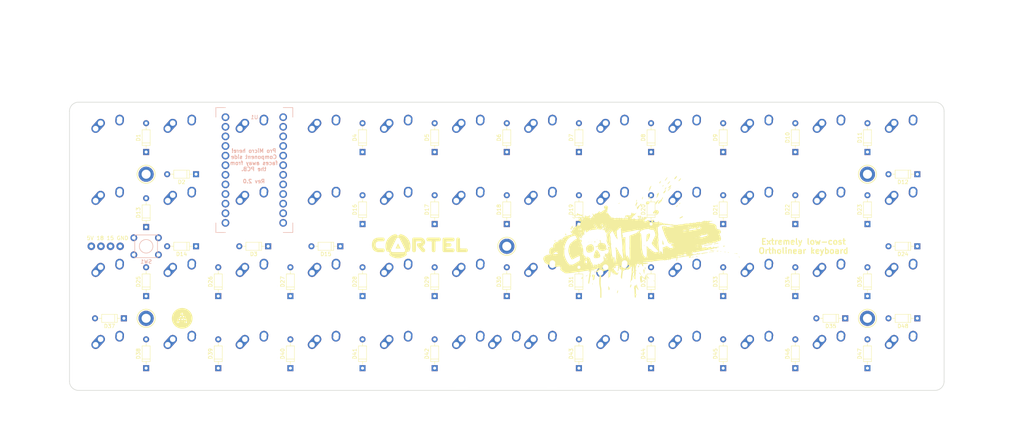
<source format=kicad_pcb>
(kicad_pcb (version 20171130) (host pcbnew "(5.0.0)")
  (layers (0 F.Cu signal) (31 B.Cu signal) (34 B.Paste user) (35 F.Paste user) (36 B.SilkS user) (37 F.SilkS user) (38 B.Mask user) (39 F.Mask user) (44 Edge.Cuts user))
  (net 0 "")
  (net 1 ROW0)
  (net 2 "Net-(D1-Pad2)")
  (net 3 "Net-(D2-Pad2)")
  (net 4 "Net-(D3-Pad2)")
  (net 5 "Net-(D4-Pad2)")
  (net 6 "Net-(D5-Pad2)")
  (net 7 "Net-(D6-Pad2)")
  (net 8 "Net-(D7-Pad2)")
  (net 9 "Net-(D8-Pad2)")
  (net 10 "Net-(D9-Pad2)")
  (net 11 "Net-(D10-Pad2)")
  (net 12 "Net-(D11-Pad2)")
  (net 13 "Net-(D12-Pad2)")
  (net 14 ROW1)
  (net 15 "Net-(D13-Pad2)")
  (net 16 "Net-(D14-Pad2)")
  (net 17 "Net-(D15-Pad2)")
  (net 18 "Net-(D16-Pad2)")
  (net 19 "Net-(D17-Pad2)")
  (net 20 "Net-(D18-Pad2)")
  (net 21 "Net-(D19-Pad2)")
  (net 22 "Net-(D20-Pad2)")
  (net 23 "Net-(D21-Pad2)")
  (net 24 "Net-(D22-Pad2)")
  (net 25 "Net-(D23-Pad2)")
  (net 26 "Net-(D24-Pad2)")
  (net 27 ROW2)
  (net 28 "Net-(D25-Pad2)")
  (net 29 "Net-(D26-Pad2)")
  (net 30 "Net-(D27-Pad2)")
  (net 31 "Net-(D28-Pad2)")
  (net 32 "Net-(D29-Pad2)")
  (net 33 "Net-(D30-Pad2)")
  (net 34 "Net-(D31-Pad2)")
  (net 35 "Net-(D32-Pad2)")
  (net 36 "Net-(D33-Pad2)")
  (net 37 "Net-(D34-Pad2)")
  (net 38 "Net-(D35-Pad2)")
  (net 39 "Net-(D36-Pad2)")
  (net 40 ROW3)
  (net 41 "Net-(D37-Pad2)")
  (net 42 "Net-(D38-Pad2)")
  (net 43 "Net-(D39-Pad2)")
  (net 44 "Net-(D40-Pad2)")
  (net 45 "Net-(D41-Pad2)")
  (net 46 "Net-(D42-Pad2)")
  (net 47 "Net-(D43-Pad2)")
  (net 48 "Net-(D44-Pad2)")
  (net 49 "Net-(D45-Pad2)")
  (net 50 "Net-(D46-Pad2)")
  (net 51 "Net-(D47-Pad2)")
  (net 52 "Net-(D48-Pad2)")
  (net 53 COL0)
  (net 54 COL1)
  (net 55 COL2)
  (net 56 COL3)
  (net 57 COL4)
  (net 58 COL5)
  (net 59 COL6)
  (net 60 COL7)
  (net 61 COL8)
  (net 62 COL9)
  (net 63 COL10)
  (net 64 COL11)
  (net 65 "Net-(U1-Pad24)")
  (net 66 "Net-(SW1-Pad1)")
  (net 67 GND)
  (net 68 +5V)
  (net 69 "Net-(P1-Pad1)")
  (net 70 "Net-(P2-Pad1)")
  (module memelogo:contra (layer F.Cu) (at 178.435 64.135)
    (fp_text reference G*** hide)
    (fp_text value LOGO hide)
  )
  (module memelogo:cartel (layer F.Cu) (at 119.85625 66.675)
    (fp_text reference G*** hide)
    (fp_text value LOGO hide)
  )
  (module locallib:mountinghole (layer F.Cu) (at 47.625 47.625)
    (fp_text reference REF**)
    (fp_text value mountinghole)
    (pad 1 thru_hole circle (at 0 0) (size 4 4) (drill 2.4) (layers *.Cu *.Mask))
  )
  (module locallib:mountinghole (layer F.Cu) (at 238.125 47.625)
    (fp_text reference REF**)
    (fp_text value mountinghole)
    (pad 1 thru_hole circle (at 0 0) (size 4 4) (drill 2.4) (layers *.Cu *.Mask))
  )
  (module locallib:mountinghole (layer F.Cu) (at 47.625 85.725)
    (fp_text reference REF**)
    (fp_text value mountinghole)
    (pad 1 thru_hole circle (at 0 0) (size 4 4) (drill 2.4) (layers *.Cu *.Mask))
  )
  (module locallib:mountinghole (layer F.Cu) (at 238.125 85.725)
    (fp_text reference REF**)
    (fp_text value mountinghole)
    (pad 1 thru_hole circle (at 0 0) (size 4 4) (drill 2.4) (layers *.Cu *.Mask))
  )
  (module locallib:mountinghole (layer F.Cu) (at 142.875 66.675)
    (fp_text reference REF**)
    (fp_text value mountinghole)
    (pad 1 thru_hole circle (at 0 0) (size 4 4) (drill 2.4) (layers *.Cu *.Mask))
  )
  (module Molex-0548190589:PushButton_6x6mm_TH (layer B.Cu) (at 47.625 66.675 180)
    (fp_text reference SW1 (at 0 -4.064 180) (layer B.SilkS) (effects (justify mirror)))
    (fp_text value SW_PUSH)
    (pad 1 thru_hole circle (at 3.25 2.25 180) (size 1.8 1.8) (drill 1) (layers *.Cu *.Mask) (net 66 "Net-(SW1-Pad1)"))
    (pad 2 thru_hole circle (at -3.25 -2.25 180) (size 1.8 1.8) (drill 1) (layers *.Cu *.Mask) (net 67 GND))
    (pad 3 thru_hole circle (at 3.25 -2.25 180) (size 1.8 1.8) (drill 1) (layers *.Cu *.Mask))
    (pad 4 thru_hole circle (at -3.25 2.25 180) (size 1.8 1.8) (drill 1) (layers *.Cu *.Mask))
  )
  (module locallib:pro_micro (layer B.Cu) (at 76.2 45.24375 180)
    (fp_text reference U1 (at 0 12.7 180) (layer B.SilkS) (effects (justify mirror)))
    (fp_text value ProMicro)
    (pad 1 thru_hole circle (at -7.62 12.7 180) (size 2.032 2.032) (drill 1.27) (layers *.Cu *.Mask) (net 64 COL11))
    (pad 2 thru_hole circle (at -7.62 10.16 180) (size 2.032 2.032) (drill 1.27) (layers *.Cu *.Mask) (net 63 COL10))
    (pad 3 thru_hole circle (at -7.62 7.62 180) (size 2.032 2.032) (drill 1.27) (layers *.Cu *.Mask) (net 67 GND))
    (pad 4 thru_hole circle (at -7.62 5.08 180) (size 2.032 2.032) (drill 1.27) (layers *.Cu *.Mask) (net 67 GND))
    (pad 5 thru_hole circle (at -7.62 2.54 180) (size 2.032 2.032) (drill 1.27) (layers *.Cu *.Mask) (net 62 COL9))
    (pad 6 thru_hole circle (at -7.62 0 180) (size 2.032 2.032) (drill 1.27) (layers *.Cu *.Mask) (net 61 COL8))
    (pad 7 thru_hole circle (at -7.62 -2.54 180) (size 2.032 2.032) (drill 1.27) (layers *.Cu *.Mask) (net 60 COL7))
    (pad 8 thru_hole circle (at -7.62 -5.08 180) (size 2.032 2.032) (drill 1.27) (layers *.Cu *.Mask) (net 59 COL6))
    (pad 9 thru_hole circle (at -7.62 -7.62 180) (size 2.032 2.032) (drill 1.27) (layers *.Cu *.Mask) (net 58 COL5))
    (pad 10 thru_hole circle (at -7.62 -10.16 180) (size 2.032 2.032) (drill 1.27) (layers *.Cu *.Mask) (net 57 COL4))
    (pad 11 thru_hole circle (at -7.62 -12.7 180) (size 2.032 2.032) (drill 1.27) (layers *.Cu *.Mask) (net 56 COL3))
    (pad 12 thru_hole circle (at -7.62 -15.24 180) (size 2.032 2.032) (drill 1.27) (layers *.Cu *.Mask) (net 55 COL2))
    (pad 24 thru_hole circle (at 7.62 12.7 180) (size 2.032 2.032) (drill 1.27) (layers *.Cu *.Mask) (net 65 "Net-(U1-Pad24)"))
    (pad 23 thru_hole circle (at 7.62 10.16 180) (size 2.032 2.032) (drill 1.27) (layers *.Cu *.Mask) (net 67 GND))
    (pad 22 thru_hole circle (at 7.62 7.62 180) (size 2.032 2.032) (drill 1.27) (layers *.Cu *.Mask) (net 66 "Net-(SW1-Pad1)"))
    (pad 21 thru_hole circle (at 7.62 5.08 180) (size 2.032 2.032) (drill 1.27) (layers *.Cu *.Mask) (net 68 +5V))
    (pad 20 thru_hole circle (at 7.62 2.54 180) (size 2.032 2.032) (drill 1.27) (layers *.Cu *.Mask) (net 53 COL0))
    (pad 19 thru_hole circle (at 7.62 0 180) (size 2.032 2.032) (drill 1.27) (layers *.Cu *.Mask) (net 54 COL1))
    (pad 18 thru_hole circle (at 7.62 -2.54 180) (size 2.032 2.032) (drill 1.27) (layers *.Cu *.Mask) (net 1 ROW0))
    (pad 17 thru_hole circle (at 7.62 -5.08 180) (size 2.032 2.032) (drill 1.27) (layers *.Cu *.Mask) (net 69 "Net-(P1-Pad1)"))
    (pad 16 thru_hole circle (at 7.62 -7.62 180) (size 2.032 2.032) (drill 1.27) (layers *.Cu *.Mask) (net 70 "Net-(P2-Pad1)"))
    (pad 15 thru_hole circle (at 7.62 -10.16 180) (size 2.032 2.032) (drill 1.27) (layers *.Cu *.Mask) (net 14 ROW1))
    (pad 14 thru_hole circle (at 7.62 -12.7 180) (size 2.032 2.032) (drill 1.27) (layers *.Cu *.Mask) (net 27 ROW2))
    (pad 13 thru_hole circle (at 7.62 -15.24 180) (size 2.032 2.032) (drill 1.27) (layers *.Cu *.Mask) (net 40 ROW3))
  )
  (module MX_Alps_Hybrid:MX-2U-ReversedStabilizers-NoLED (layer F.Cu) (at 142.875 95.25)
    (fp_text reference MX49)
    (fp_text value MX-2U)
    (pad 2 thru_hole oval (at 2.5 -4.5 86.0548) (size 2.831378 2.25) (drill 1.47 (offset 0.290689 0)) (layers *.Cu B.Mask) (net 46 "Net-(D42-Pad2)"))
    (pad 2 thru_hole circle (at 2.54 -5.08) (size 2.25 2.25) (drill 1.47) (layers *.Cu B.Mask) (net 46 "Net-(D42-Pad2)"))
    (pad 1 thru_hole oval (at -3.81 -2.54 48.0996) (size 4.211556 2.25) (drill 1.47 (offset 0.980778 0)) (layers *.Cu B.Mask) (net 58 COL5))
    (pad "" np_thru_hole circle (at 0 0) (size 3.9878 3.9878) (drill 3.9878) (layers *.Cu *.Mask))
    (pad 1 thru_hole circle (at -2.5 -4) (size 2.25 2.25) (drill 1.47) (layers *.Cu B.Mask) (net 58 COL5))
    (pad "" np_thru_hole circle (at -5.08 0 48.0996) (size 1.75 1.75) (drill 1.75) (layers *.Cu *.Mask))
    (pad "" np_thru_hole circle (at 5.08 0 48.0996) (size 1.75 1.75) (drill 1.75) (layers *.Cu *.Mask))
    (pad "" np_thru_hole circle (at -11.938 6.985) (size 3.048 3.048) (drill 3.048) (layers *.Cu *.Mask))
    (pad "" np_thru_hole circle (at 11.938 6.985) (size 3.048 3.048) (drill 3.048) (layers *.Cu *.Mask))
    (pad "" np_thru_hole circle (at -11.938 -8.255) (size 3.9878 3.9878) (drill 3.9878) (layers *.Cu *.Mask))
    (pad "" np_thru_hole circle (at 11.938 -8.255) (size 3.9878 3.9878) (drill 3.9878) (layers *.Cu *.Mask))
  )
  (module MX_Alps_Hybrid:MX-1U-NoLED (layer F.Cu) (at 247.65 95.25)
    (fp_text reference MX48)
    (fp_text value MX-1U)
    (pad 2 thru_hole oval (at 2.5 -4.5 86.0548) (size 2.831378 2.25) (drill 1.47 (offset 0.290689 0)) (layers *.Cu B.Mask) (net 52 "Net-(D48-Pad2)"))
    (pad 2 thru_hole circle (at 2.54 -5.08) (size 2.25 2.25) (drill 1.47) (layers *.Cu B.Mask) (net 52 "Net-(D48-Pad2)"))
    (pad 1 thru_hole oval (at -3.81 -2.54 48.0996) (size 4.211556 2.25) (drill 1.47 (offset 0.980778 0)) (layers *.Cu B.Mask) (net 64 COL11))
    (pad "" np_thru_hole circle (at 0 0) (size 3.9878 3.9878) (drill 3.9878) (layers *.Cu *.Mask))
    (pad 1 thru_hole circle (at -2.5 -4) (size 2.25 2.25) (drill 1.47) (layers *.Cu B.Mask) (net 64 COL11))
    (pad "" np_thru_hole circle (at -5.08 0 48.0996) (size 1.75 1.75) (drill 1.75) (layers *.Cu *.Mask))
    (pad "" np_thru_hole circle (at 5.08 0 48.0996) (size 1.75 1.75) (drill 1.75) (layers *.Cu *.Mask))
  )
  (module MX_Alps_Hybrid:MX-1U-NoLED (layer F.Cu) (at 228.6 95.25)
    (fp_text reference MX47)
    (fp_text value MX-1U)
    (pad 2 thru_hole oval (at 2.5 -4.5 86.0548) (size 2.831378 2.25) (drill 1.47 (offset 0.290689 0)) (layers *.Cu B.Mask) (net 51 "Net-(D47-Pad2)"))
    (pad 2 thru_hole circle (at 2.54 -5.08) (size 2.25 2.25) (drill 1.47) (layers *.Cu B.Mask) (net 51 "Net-(D47-Pad2)"))
    (pad 1 thru_hole oval (at -3.81 -2.54 48.0996) (size 4.211556 2.25) (drill 1.47 (offset 0.980778 0)) (layers *.Cu B.Mask) (net 63 COL10))
    (pad "" np_thru_hole circle (at 0 0) (size 3.9878 3.9878) (drill 3.9878) (layers *.Cu *.Mask))
    (pad 1 thru_hole circle (at -2.5 -4) (size 2.25 2.25) (drill 1.47) (layers *.Cu B.Mask) (net 63 COL10))
    (pad "" np_thru_hole circle (at -5.08 0 48.0996) (size 1.75 1.75) (drill 1.75) (layers *.Cu *.Mask))
    (pad "" np_thru_hole circle (at 5.08 0 48.0996) (size 1.75 1.75) (drill 1.75) (layers *.Cu *.Mask))
  )
  (module MX_Alps_Hybrid:MX-1U-NoLED (layer F.Cu) (at 209.55 95.25)
    (fp_text reference MX46)
    (fp_text value MX-1U)
    (pad 2 thru_hole oval (at 2.5 -4.5 86.0548) (size 2.831378 2.25) (drill 1.47 (offset 0.290689 0)) (layers *.Cu B.Mask) (net 50 "Net-(D46-Pad2)"))
    (pad 2 thru_hole circle (at 2.54 -5.08) (size 2.25 2.25) (drill 1.47) (layers *.Cu B.Mask) (net 50 "Net-(D46-Pad2)"))
    (pad 1 thru_hole oval (at -3.81 -2.54 48.0996) (size 4.211556 2.25) (drill 1.47 (offset 0.980778 0)) (layers *.Cu B.Mask) (net 62 COL9))
    (pad "" np_thru_hole circle (at 0 0) (size 3.9878 3.9878) (drill 3.9878) (layers *.Cu *.Mask))
    (pad 1 thru_hole circle (at -2.5 -4) (size 2.25 2.25) (drill 1.47) (layers *.Cu B.Mask) (net 62 COL9))
    (pad "" np_thru_hole circle (at -5.08 0 48.0996) (size 1.75 1.75) (drill 1.75) (layers *.Cu *.Mask))
    (pad "" np_thru_hole circle (at 5.08 0 48.0996) (size 1.75 1.75) (drill 1.75) (layers *.Cu *.Mask))
  )
  (module MX_Alps_Hybrid:MX-1U-NoLED (layer F.Cu) (at 190.5 95.25)
    (fp_text reference MX45)
    (fp_text value MX-1U)
    (pad 2 thru_hole oval (at 2.5 -4.5 86.0548) (size 2.831378 2.25) (drill 1.47 (offset 0.290689 0)) (layers *.Cu B.Mask) (net 49 "Net-(D45-Pad2)"))
    (pad 2 thru_hole circle (at 2.54 -5.08) (size 2.25 2.25) (drill 1.47) (layers *.Cu B.Mask) (net 49 "Net-(D45-Pad2)"))
    (pad 1 thru_hole oval (at -3.81 -2.54 48.0996) (size 4.211556 2.25) (drill 1.47 (offset 0.980778 0)) (layers *.Cu B.Mask) (net 61 COL8))
    (pad "" np_thru_hole circle (at 0 0) (size 3.9878 3.9878) (drill 3.9878) (layers *.Cu *.Mask))
    (pad 1 thru_hole circle (at -2.5 -4) (size 2.25 2.25) (drill 1.47) (layers *.Cu B.Mask) (net 61 COL8))
    (pad "" np_thru_hole circle (at -5.08 0 48.0996) (size 1.75 1.75) (drill 1.75) (layers *.Cu *.Mask))
    (pad "" np_thru_hole circle (at 5.08 0 48.0996) (size 1.75 1.75) (drill 1.75) (layers *.Cu *.Mask))
  )
  (module MX_Alps_Hybrid:MX-1U-NoLED (layer F.Cu) (at 171.45 95.25)
    (fp_text reference MX44)
    (fp_text value MX-1U)
    (pad 2 thru_hole oval (at 2.5 -4.5 86.0548) (size 2.831378 2.25) (drill 1.47 (offset 0.290689 0)) (layers *.Cu B.Mask) (net 48 "Net-(D44-Pad2)"))
    (pad 2 thru_hole circle (at 2.54 -5.08) (size 2.25 2.25) (drill 1.47) (layers *.Cu B.Mask) (net 48 "Net-(D44-Pad2)"))
    (pad 1 thru_hole oval (at -3.81 -2.54 48.0996) (size 4.211556 2.25) (drill 1.47 (offset 0.980778 0)) (layers *.Cu B.Mask) (net 60 COL7))
    (pad "" np_thru_hole circle (at 0 0) (size 3.9878 3.9878) (drill 3.9878) (layers *.Cu *.Mask))
    (pad 1 thru_hole circle (at -2.5 -4) (size 2.25 2.25) (drill 1.47) (layers *.Cu B.Mask) (net 60 COL7))
    (pad "" np_thru_hole circle (at -5.08 0 48.0996) (size 1.75 1.75) (drill 1.75) (layers *.Cu *.Mask))
    (pad "" np_thru_hole circle (at 5.08 0 48.0996) (size 1.75 1.75) (drill 1.75) (layers *.Cu *.Mask))
  )
  (module MX_Alps_Hybrid:MX-1U-NoLED (layer F.Cu) (at 152.4 95.25)
    (fp_text reference MX43)
    (fp_text value MX-1U)
    (pad 2 thru_hole oval (at 2.5 -4.5 86.0548) (size 2.831378 2.25) (drill 1.47 (offset 0.290689 0)) (layers *.Cu B.Mask) (net 47 "Net-(D43-Pad2)"))
    (pad 2 thru_hole circle (at 2.54 -5.08) (size 2.25 2.25) (drill 1.47) (layers *.Cu B.Mask) (net 47 "Net-(D43-Pad2)"))
    (pad 1 thru_hole oval (at -3.81 -2.54 48.0996) (size 4.211556 2.25) (drill 1.47 (offset 0.980778 0)) (layers *.Cu B.Mask) (net 59 COL6))
    (pad "" np_thru_hole circle (at 0 0) (size 3.9878 3.9878) (drill 3.9878) (layers *.Cu *.Mask))
    (pad 1 thru_hole circle (at -2.5 -4) (size 2.25 2.25) (drill 1.47) (layers *.Cu B.Mask) (net 59 COL6))
    (pad "" np_thru_hole circle (at -5.08 0 48.0996) (size 1.75 1.75) (drill 1.75) (layers *.Cu *.Mask))
    (pad "" np_thru_hole circle (at 5.08 0 48.0996) (size 1.75 1.75) (drill 1.75) (layers *.Cu *.Mask))
  )
  (module MX_Alps_Hybrid:MX-1U-NoLED (layer F.Cu) (at 133.35 95.25)
    (fp_text reference MX42)
    (fp_text value MX-1U)
    (pad 2 thru_hole oval (at 2.5 -4.5 86.0548) (size 2.831378 2.25) (drill 1.47 (offset 0.290689 0)) (layers *.Cu B.Mask) (net 46 "Net-(D42-Pad2)"))
    (pad 2 thru_hole circle (at 2.54 -5.08) (size 2.25 2.25) (drill 1.47) (layers *.Cu B.Mask) (net 46 "Net-(D42-Pad2)"))
    (pad 1 thru_hole oval (at -3.81 -2.54 48.0996) (size 4.211556 2.25) (drill 1.47 (offset 0.980778 0)) (layers *.Cu B.Mask) (net 58 COL5))
    (pad "" np_thru_hole circle (at 0 0) (size 3.9878 3.9878) (drill 3.9878) (layers *.Cu *.Mask))
    (pad 1 thru_hole circle (at -2.5 -4) (size 2.25 2.25) (drill 1.47) (layers *.Cu B.Mask) (net 58 COL5))
    (pad "" np_thru_hole circle (at -5.08 0 48.0996) (size 1.75 1.75) (drill 1.75) (layers *.Cu *.Mask))
    (pad "" np_thru_hole circle (at 5.08 0 48.0996) (size 1.75 1.75) (drill 1.75) (layers *.Cu *.Mask))
  )
  (module MX_Alps_Hybrid:MX-1U-NoLED (layer F.Cu) (at 114.3 95.25)
    (fp_text reference MX41)
    (fp_text value MX-1U)
    (pad 2 thru_hole oval (at 2.5 -4.5 86.0548) (size 2.831378 2.25) (drill 1.47 (offset 0.290689 0)) (layers *.Cu B.Mask) (net 45 "Net-(D41-Pad2)"))
    (pad 2 thru_hole circle (at 2.54 -5.08) (size 2.25 2.25) (drill 1.47) (layers *.Cu B.Mask) (net 45 "Net-(D41-Pad2)"))
    (pad 1 thru_hole oval (at -3.81 -2.54 48.0996) (size 4.211556 2.25) (drill 1.47 (offset 0.980778 0)) (layers *.Cu B.Mask) (net 57 COL4))
    (pad "" np_thru_hole circle (at 0 0) (size 3.9878 3.9878) (drill 3.9878) (layers *.Cu *.Mask))
    (pad 1 thru_hole circle (at -2.5 -4) (size 2.25 2.25) (drill 1.47) (layers *.Cu B.Mask) (net 57 COL4))
    (pad "" np_thru_hole circle (at -5.08 0 48.0996) (size 1.75 1.75) (drill 1.75) (layers *.Cu *.Mask))
    (pad "" np_thru_hole circle (at 5.08 0 48.0996) (size 1.75 1.75) (drill 1.75) (layers *.Cu *.Mask))
  )
  (module MX_Alps_Hybrid:MX-1U-NoLED (layer F.Cu) (at 95.25 95.25)
    (fp_text reference MX40)
    (fp_text value MX-1U)
    (pad 2 thru_hole oval (at 2.5 -4.5 86.0548) (size 2.831378 2.25) (drill 1.47 (offset 0.290689 0)) (layers *.Cu B.Mask) (net 44 "Net-(D40-Pad2)"))
    (pad 2 thru_hole circle (at 2.54 -5.08) (size 2.25 2.25) (drill 1.47) (layers *.Cu B.Mask) (net 44 "Net-(D40-Pad2)"))
    (pad 1 thru_hole oval (at -3.81 -2.54 48.0996) (size 4.211556 2.25) (drill 1.47 (offset 0.980778 0)) (layers *.Cu B.Mask) (net 56 COL3))
    (pad "" np_thru_hole circle (at 0 0) (size 3.9878 3.9878) (drill 3.9878) (layers *.Cu *.Mask))
    (pad 1 thru_hole circle (at -2.5 -4) (size 2.25 2.25) (drill 1.47) (layers *.Cu B.Mask) (net 56 COL3))
    (pad "" np_thru_hole circle (at -5.08 0 48.0996) (size 1.75 1.75) (drill 1.75) (layers *.Cu *.Mask))
    (pad "" np_thru_hole circle (at 5.08 0 48.0996) (size 1.75 1.75) (drill 1.75) (layers *.Cu *.Mask))
  )
  (module MX_Alps_Hybrid:MX-1U-NoLED (layer F.Cu) (at 76.2 95.25)
    (fp_text reference MX39)
    (fp_text value MX-1U)
    (pad 2 thru_hole oval (at 2.5 -4.5 86.0548) (size 2.831378 2.25) (drill 1.47 (offset 0.290689 0)) (layers *.Cu B.Mask) (net 43 "Net-(D39-Pad2)"))
    (pad 2 thru_hole circle (at 2.54 -5.08) (size 2.25 2.25) (drill 1.47) (layers *.Cu B.Mask) (net 43 "Net-(D39-Pad2)"))
    (pad 1 thru_hole oval (at -3.81 -2.54 48.0996) (size 4.211556 2.25) (drill 1.47 (offset 0.980778 0)) (layers *.Cu B.Mask) (net 55 COL2))
    (pad "" np_thru_hole circle (at 0 0) (size 3.9878 3.9878) (drill 3.9878) (layers *.Cu *.Mask))
    (pad 1 thru_hole circle (at -2.5 -4) (size 2.25 2.25) (drill 1.47) (layers *.Cu B.Mask) (net 55 COL2))
    (pad "" np_thru_hole circle (at -5.08 0 48.0996) (size 1.75 1.75) (drill 1.75) (layers *.Cu *.Mask))
    (pad "" np_thru_hole circle (at 5.08 0 48.0996) (size 1.75 1.75) (drill 1.75) (layers *.Cu *.Mask))
  )
  (module MX_Alps_Hybrid:MX-1U-NoLED (layer F.Cu) (at 57.15 95.25)
    (fp_text reference MX38)
    (fp_text value MX-1U)
    (pad 2 thru_hole oval (at 2.5 -4.5 86.0548) (size 2.831378 2.25) (drill 1.47 (offset 0.290689 0)) (layers *.Cu B.Mask) (net 42 "Net-(D38-Pad2)"))
    (pad 2 thru_hole circle (at 2.54 -5.08) (size 2.25 2.25) (drill 1.47) (layers *.Cu B.Mask) (net 42 "Net-(D38-Pad2)"))
    (pad 1 thru_hole oval (at -3.81 -2.54 48.0996) (size 4.211556 2.25) (drill 1.47 (offset 0.980778 0)) (layers *.Cu B.Mask) (net 54 COL1))
    (pad "" np_thru_hole circle (at 0 0) (size 3.9878 3.9878) (drill 3.9878) (layers *.Cu *.Mask))
    (pad 1 thru_hole circle (at -2.5 -4) (size 2.25 2.25) (drill 1.47) (layers *.Cu B.Mask) (net 54 COL1))
    (pad "" np_thru_hole circle (at -5.08 0 48.0996) (size 1.75 1.75) (drill 1.75) (layers *.Cu *.Mask))
    (pad "" np_thru_hole circle (at 5.08 0 48.0996) (size 1.75 1.75) (drill 1.75) (layers *.Cu *.Mask))
  )
  (module MX_Alps_Hybrid:MX-1U-NoLED (layer F.Cu) (at 38.1 95.25)
    (fp_text reference MX37)
    (fp_text value MX-1U)
    (pad 2 thru_hole oval (at 2.5 -4.5 86.0548) (size 2.831378 2.25) (drill 1.47 (offset 0.290689 0)) (layers *.Cu B.Mask) (net 41 "Net-(D37-Pad2)"))
    (pad 2 thru_hole circle (at 2.54 -5.08) (size 2.25 2.25) (drill 1.47) (layers *.Cu B.Mask) (net 41 "Net-(D37-Pad2)"))
    (pad 1 thru_hole oval (at -3.81 -2.54 48.0996) (size 4.211556 2.25) (drill 1.47 (offset 0.980778 0)) (layers *.Cu B.Mask) (net 53 COL0))
    (pad "" np_thru_hole circle (at 0 0) (size 3.9878 3.9878) (drill 3.9878) (layers *.Cu *.Mask))
    (pad 1 thru_hole circle (at -2.5 -4) (size 2.25 2.25) (drill 1.47) (layers *.Cu B.Mask) (net 53 COL0))
    (pad "" np_thru_hole circle (at -5.08 0 48.0996) (size 1.75 1.75) (drill 1.75) (layers *.Cu *.Mask))
    (pad "" np_thru_hole circle (at 5.08 0 48.0996) (size 1.75 1.75) (drill 1.75) (layers *.Cu *.Mask))
  )
  (module MX_Alps_Hybrid:MX-1U-NoLED (layer F.Cu) (at 247.65 76.2)
    (fp_text reference MX36)
    (fp_text value MX-1U)
    (pad 2 thru_hole oval (at 2.5 -4.5 86.0548) (size 2.831378 2.25) (drill 1.47 (offset 0.290689 0)) (layers *.Cu B.Mask) (net 39 "Net-(D36-Pad2)"))
    (pad 2 thru_hole circle (at 2.54 -5.08) (size 2.25 2.25) (drill 1.47) (layers *.Cu B.Mask) (net 39 "Net-(D36-Pad2)"))
    (pad 1 thru_hole oval (at -3.81 -2.54 48.0996) (size 4.211556 2.25) (drill 1.47 (offset 0.980778 0)) (layers *.Cu B.Mask) (net 64 COL11))
    (pad "" np_thru_hole circle (at 0 0) (size 3.9878 3.9878) (drill 3.9878) (layers *.Cu *.Mask))
    (pad 1 thru_hole circle (at -2.5 -4) (size 2.25 2.25) (drill 1.47) (layers *.Cu B.Mask) (net 64 COL11))
    (pad "" np_thru_hole circle (at -5.08 0 48.0996) (size 1.75 1.75) (drill 1.75) (layers *.Cu *.Mask))
    (pad "" np_thru_hole circle (at 5.08 0 48.0996) (size 1.75 1.75) (drill 1.75) (layers *.Cu *.Mask))
  )
  (module MX_Alps_Hybrid:MX-1U-NoLED (layer F.Cu) (at 228.6 76.2)
    (fp_text reference MX35)
    (fp_text value MX-1U)
    (pad 2 thru_hole oval (at 2.5 -4.5 86.0548) (size 2.831378 2.25) (drill 1.47 (offset 0.290689 0)) (layers *.Cu B.Mask) (net 38 "Net-(D35-Pad2)"))
    (pad 2 thru_hole circle (at 2.54 -5.08) (size 2.25 2.25) (drill 1.47) (layers *.Cu B.Mask) (net 38 "Net-(D35-Pad2)"))
    (pad 1 thru_hole oval (at -3.81 -2.54 48.0996) (size 4.211556 2.25) (drill 1.47 (offset 0.980778 0)) (layers *.Cu B.Mask) (net 63 COL10))
    (pad "" np_thru_hole circle (at 0 0) (size 3.9878 3.9878) (drill 3.9878) (layers *.Cu *.Mask))
    (pad 1 thru_hole circle (at -2.5 -4) (size 2.25 2.25) (drill 1.47) (layers *.Cu B.Mask) (net 63 COL10))
    (pad "" np_thru_hole circle (at -5.08 0 48.0996) (size 1.75 1.75) (drill 1.75) (layers *.Cu *.Mask))
    (pad "" np_thru_hole circle (at 5.08 0 48.0996) (size 1.75 1.75) (drill 1.75) (layers *.Cu *.Mask))
  )
  (module MX_Alps_Hybrid:MX-1U-NoLED (layer F.Cu) (at 209.55 76.2)
    (fp_text reference MX34)
    (fp_text value MX-1U)
    (pad 2 thru_hole oval (at 2.5 -4.5 86.0548) (size 2.831378 2.25) (drill 1.47 (offset 0.290689 0)) (layers *.Cu B.Mask) (net 37 "Net-(D34-Pad2)"))
    (pad 2 thru_hole circle (at 2.54 -5.08) (size 2.25 2.25) (drill 1.47) (layers *.Cu B.Mask) (net 37 "Net-(D34-Pad2)"))
    (pad 1 thru_hole oval (at -3.81 -2.54 48.0996) (size 4.211556 2.25) (drill 1.47 (offset 0.980778 0)) (layers *.Cu B.Mask) (net 62 COL9))
    (pad "" np_thru_hole circle (at 0 0) (size 3.9878 3.9878) (drill 3.9878) (layers *.Cu *.Mask))
    (pad 1 thru_hole circle (at -2.5 -4) (size 2.25 2.25) (drill 1.47) (layers *.Cu B.Mask) (net 62 COL9))
    (pad "" np_thru_hole circle (at -5.08 0 48.0996) (size 1.75 1.75) (drill 1.75) (layers *.Cu *.Mask))
    (pad "" np_thru_hole circle (at 5.08 0 48.0996) (size 1.75 1.75) (drill 1.75) (layers *.Cu *.Mask))
  )
  (module MX_Alps_Hybrid:MX-1U-NoLED (layer F.Cu) (at 190.5 76.2)
    (fp_text reference MX33)
    (fp_text value MX-1U)
    (pad 2 thru_hole oval (at 2.5 -4.5 86.0548) (size 2.831378 2.25) (drill 1.47 (offset 0.290689 0)) (layers *.Cu B.Mask) (net 36 "Net-(D33-Pad2)"))
    (pad 2 thru_hole circle (at 2.54 -5.08) (size 2.25 2.25) (drill 1.47) (layers *.Cu B.Mask) (net 36 "Net-(D33-Pad2)"))
    (pad 1 thru_hole oval (at -3.81 -2.54 48.0996) (size 4.211556 2.25) (drill 1.47 (offset 0.980778 0)) (layers *.Cu B.Mask) (net 61 COL8))
    (pad "" np_thru_hole circle (at 0 0) (size 3.9878 3.9878) (drill 3.9878) (layers *.Cu *.Mask))
    (pad 1 thru_hole circle (at -2.5 -4) (size 2.25 2.25) (drill 1.47) (layers *.Cu B.Mask) (net 61 COL8))
    (pad "" np_thru_hole circle (at -5.08 0 48.0996) (size 1.75 1.75) (drill 1.75) (layers *.Cu *.Mask))
    (pad "" np_thru_hole circle (at 5.08 0 48.0996) (size 1.75 1.75) (drill 1.75) (layers *.Cu *.Mask))
  )
  (module MX_Alps_Hybrid:MX-1U-NoLED (layer F.Cu) (at 171.45 76.2)
    (fp_text reference MX32)
    (fp_text value MX-1U)
    (pad 2 thru_hole oval (at 2.5 -4.5 86.0548) (size 2.831378 2.25) (drill 1.47 (offset 0.290689 0)) (layers *.Cu B.Mask) (net 35 "Net-(D32-Pad2)"))
    (pad 2 thru_hole circle (at 2.54 -5.08) (size 2.25 2.25) (drill 1.47) (layers *.Cu B.Mask) (net 35 "Net-(D32-Pad2)"))
    (pad 1 thru_hole oval (at -3.81 -2.54 48.0996) (size 4.211556 2.25) (drill 1.47 (offset 0.980778 0)) (layers *.Cu B.Mask) (net 60 COL7))
    (pad "" np_thru_hole circle (at 0 0) (size 3.9878 3.9878) (drill 3.9878) (layers *.Cu *.Mask))
    (pad 1 thru_hole circle (at -2.5 -4) (size 2.25 2.25) (drill 1.47) (layers *.Cu B.Mask) (net 60 COL7))
    (pad "" np_thru_hole circle (at -5.08 0 48.0996) (size 1.75 1.75) (drill 1.75) (layers *.Cu *.Mask))
    (pad "" np_thru_hole circle (at 5.08 0 48.0996) (size 1.75 1.75) (drill 1.75) (layers *.Cu *.Mask))
  )
  (module MX_Alps_Hybrid:MX-1U-NoLED (layer F.Cu) (at 152.4 76.2)
    (fp_text reference MX31)
    (fp_text value MX-1U)
    (pad 2 thru_hole oval (at 2.5 -4.5 86.0548) (size 2.831378 2.25) (drill 1.47 (offset 0.290689 0)) (layers *.Cu B.Mask) (net 34 "Net-(D31-Pad2)"))
    (pad 2 thru_hole circle (at 2.54 -5.08) (size 2.25 2.25) (drill 1.47) (layers *.Cu B.Mask) (net 34 "Net-(D31-Pad2)"))
    (pad 1 thru_hole oval (at -3.81 -2.54 48.0996) (size 4.211556 2.25) (drill 1.47 (offset 0.980778 0)) (layers *.Cu B.Mask) (net 59 COL6))
    (pad "" np_thru_hole circle (at 0 0) (size 3.9878 3.9878) (drill 3.9878) (layers *.Cu *.Mask))
    (pad 1 thru_hole circle (at -2.5 -4) (size 2.25 2.25) (drill 1.47) (layers *.Cu B.Mask) (net 59 COL6))
    (pad "" np_thru_hole circle (at -5.08 0 48.0996) (size 1.75 1.75) (drill 1.75) (layers *.Cu *.Mask))
    (pad "" np_thru_hole circle (at 5.08 0 48.0996) (size 1.75 1.75) (drill 1.75) (layers *.Cu *.Mask))
  )
  (module MX_Alps_Hybrid:MX-1U-NoLED (layer F.Cu) (at 133.35 76.2)
    (fp_text reference MX30)
    (fp_text value MX-1U)
    (pad 2 thru_hole oval (at 2.5 -4.5 86.0548) (size 2.831378 2.25) (drill 1.47 (offset 0.290689 0)) (layers *.Cu B.Mask) (net 33 "Net-(D30-Pad2)"))
    (pad 2 thru_hole circle (at 2.54 -5.08) (size 2.25 2.25) (drill 1.47) (layers *.Cu B.Mask) (net 33 "Net-(D30-Pad2)"))
    (pad 1 thru_hole oval (at -3.81 -2.54 48.0996) (size 4.211556 2.25) (drill 1.47 (offset 0.980778 0)) (layers *.Cu B.Mask) (net 58 COL5))
    (pad "" np_thru_hole circle (at 0 0) (size 3.9878 3.9878) (drill 3.9878) (layers *.Cu *.Mask))
    (pad 1 thru_hole circle (at -2.5 -4) (size 2.25 2.25) (drill 1.47) (layers *.Cu B.Mask) (net 58 COL5))
    (pad "" np_thru_hole circle (at -5.08 0 48.0996) (size 1.75 1.75) (drill 1.75) (layers *.Cu *.Mask))
    (pad "" np_thru_hole circle (at 5.08 0 48.0996) (size 1.75 1.75) (drill 1.75) (layers *.Cu *.Mask))
  )
  (module MX_Alps_Hybrid:MX-1U-NoLED (layer F.Cu) (at 114.3 76.2)
    (fp_text reference MX29)
    (fp_text value MX-1U)
    (pad 2 thru_hole oval (at 2.5 -4.5 86.0548) (size 2.831378 2.25) (drill 1.47 (offset 0.290689 0)) (layers *.Cu B.Mask) (net 32 "Net-(D29-Pad2)"))
    (pad 2 thru_hole circle (at 2.54 -5.08) (size 2.25 2.25) (drill 1.47) (layers *.Cu B.Mask) (net 32 "Net-(D29-Pad2)"))
    (pad 1 thru_hole oval (at -3.81 -2.54 48.0996) (size 4.211556 2.25) (drill 1.47 (offset 0.980778 0)) (layers *.Cu B.Mask) (net 57 COL4))
    (pad "" np_thru_hole circle (at 0 0) (size 3.9878 3.9878) (drill 3.9878) (layers *.Cu *.Mask))
    (pad 1 thru_hole circle (at -2.5 -4) (size 2.25 2.25) (drill 1.47) (layers *.Cu B.Mask) (net 57 COL4))
    (pad "" np_thru_hole circle (at -5.08 0 48.0996) (size 1.75 1.75) (drill 1.75) (layers *.Cu *.Mask))
    (pad "" np_thru_hole circle (at 5.08 0 48.0996) (size 1.75 1.75) (drill 1.75) (layers *.Cu *.Mask))
  )
  (module MX_Alps_Hybrid:MX-1U-NoLED (layer F.Cu) (at 95.25 76.2)
    (fp_text reference MX28)
    (fp_text value MX-1U)
    (pad 2 thru_hole oval (at 2.5 -4.5 86.0548) (size 2.831378 2.25) (drill 1.47 (offset 0.290689 0)) (layers *.Cu B.Mask) (net 31 "Net-(D28-Pad2)"))
    (pad 2 thru_hole circle (at 2.54 -5.08) (size 2.25 2.25) (drill 1.47) (layers *.Cu B.Mask) (net 31 "Net-(D28-Pad2)"))
    (pad 1 thru_hole oval (at -3.81 -2.54 48.0996) (size 4.211556 2.25) (drill 1.47 (offset 0.980778 0)) (layers *.Cu B.Mask) (net 56 COL3))
    (pad "" np_thru_hole circle (at 0 0) (size 3.9878 3.9878) (drill 3.9878) (layers *.Cu *.Mask))
    (pad 1 thru_hole circle (at -2.5 -4) (size 2.25 2.25) (drill 1.47) (layers *.Cu B.Mask) (net 56 COL3))
    (pad "" np_thru_hole circle (at -5.08 0 48.0996) (size 1.75 1.75) (drill 1.75) (layers *.Cu *.Mask))
    (pad "" np_thru_hole circle (at 5.08 0 48.0996) (size 1.75 1.75) (drill 1.75) (layers *.Cu *.Mask))
  )
  (module MX_Alps_Hybrid:MX-1U-NoLED (layer F.Cu) (at 76.2 76.2)
    (fp_text reference MX27)
    (fp_text value MX-1U)
    (pad 2 thru_hole oval (at 2.5 -4.5 86.0548) (size 2.831378 2.25) (drill 1.47 (offset 0.290689 0)) (layers *.Cu B.Mask) (net 30 "Net-(D27-Pad2)"))
    (pad 2 thru_hole circle (at 2.54 -5.08) (size 2.25 2.25) (drill 1.47) (layers *.Cu B.Mask) (net 30 "Net-(D27-Pad2)"))
    (pad 1 thru_hole oval (at -3.81 -2.54 48.0996) (size 4.211556 2.25) (drill 1.47 (offset 0.980778 0)) (layers *.Cu B.Mask) (net 55 COL2))
    (pad "" np_thru_hole circle (at 0 0) (size 3.9878 3.9878) (drill 3.9878) (layers *.Cu *.Mask))
    (pad 1 thru_hole circle (at -2.5 -4) (size 2.25 2.25) (drill 1.47) (layers *.Cu B.Mask) (net 55 COL2))
    (pad "" np_thru_hole circle (at -5.08 0 48.0996) (size 1.75 1.75) (drill 1.75) (layers *.Cu *.Mask))
    (pad "" np_thru_hole circle (at 5.08 0 48.0996) (size 1.75 1.75) (drill 1.75) (layers *.Cu *.Mask))
  )
  (module MX_Alps_Hybrid:MX-1U-NoLED (layer F.Cu) (at 57.15 76.2)
    (fp_text reference MX26)
    (fp_text value MX-1U)
    (pad 2 thru_hole oval (at 2.5 -4.5 86.0548) (size 2.831378 2.25) (drill 1.47 (offset 0.290689 0)) (layers *.Cu B.Mask) (net 29 "Net-(D26-Pad2)"))
    (pad 2 thru_hole circle (at 2.54 -5.08) (size 2.25 2.25) (drill 1.47) (layers *.Cu B.Mask) (net 29 "Net-(D26-Pad2)"))
    (pad 1 thru_hole oval (at -3.81 -2.54 48.0996) (size 4.211556 2.25) (drill 1.47 (offset 0.980778 0)) (layers *.Cu B.Mask) (net 54 COL1))
    (pad "" np_thru_hole circle (at 0 0) (size 3.9878 3.9878) (drill 3.9878) (layers *.Cu *.Mask))
    (pad 1 thru_hole circle (at -2.5 -4) (size 2.25 2.25) (drill 1.47) (layers *.Cu B.Mask) (net 54 COL1))
    (pad "" np_thru_hole circle (at -5.08 0 48.0996) (size 1.75 1.75) (drill 1.75) (layers *.Cu *.Mask))
    (pad "" np_thru_hole circle (at 5.08 0 48.0996) (size 1.75 1.75) (drill 1.75) (layers *.Cu *.Mask))
  )
  (module MX_Alps_Hybrid:MX-1U-NoLED (layer F.Cu) (at 38.1 76.2)
    (fp_text reference MX25)
    (fp_text value MX-1U)
    (pad 2 thru_hole oval (at 2.5 -4.5 86.0548) (size 2.831378 2.25) (drill 1.47 (offset 0.290689 0)) (layers *.Cu B.Mask) (net 28 "Net-(D25-Pad2)"))
    (pad 2 thru_hole circle (at 2.54 -5.08) (size 2.25 2.25) (drill 1.47) (layers *.Cu B.Mask) (net 28 "Net-(D25-Pad2)"))
    (pad 1 thru_hole oval (at -3.81 -2.54 48.0996) (size 4.211556 2.25) (drill 1.47 (offset 0.980778 0)) (layers *.Cu B.Mask) (net 53 COL0))
    (pad "" np_thru_hole circle (at 0 0) (size 3.9878 3.9878) (drill 3.9878) (layers *.Cu *.Mask))
    (pad 1 thru_hole circle (at -2.5 -4) (size 2.25 2.25) (drill 1.47) (layers *.Cu B.Mask) (net 53 COL0))
    (pad "" np_thru_hole circle (at -5.08 0 48.0996) (size 1.75 1.75) (drill 1.75) (layers *.Cu *.Mask))
    (pad "" np_thru_hole circle (at 5.08 0 48.0996) (size 1.75 1.75) (drill 1.75) (layers *.Cu *.Mask))
  )
  (module MX_Alps_Hybrid:MX-1U-NoLED (layer F.Cu) (at 247.65 57.15)
    (fp_text reference MX24)
    (fp_text value MX-1U)
    (pad 2 thru_hole oval (at 2.5 -4.5 86.0548) (size 2.831378 2.25) (drill 1.47 (offset 0.290689 0)) (layers *.Cu B.Mask) (net 26 "Net-(D24-Pad2)"))
    (pad 2 thru_hole circle (at 2.54 -5.08) (size 2.25 2.25) (drill 1.47) (layers *.Cu B.Mask) (net 26 "Net-(D24-Pad2)"))
    (pad 1 thru_hole oval (at -3.81 -2.54 48.0996) (size 4.211556 2.25) (drill 1.47 (offset 0.980778 0)) (layers *.Cu B.Mask) (net 64 COL11))
    (pad "" np_thru_hole circle (at 0 0) (size 3.9878 3.9878) (drill 3.9878) (layers *.Cu *.Mask))
    (pad 1 thru_hole circle (at -2.5 -4) (size 2.25 2.25) (drill 1.47) (layers *.Cu B.Mask) (net 64 COL11))
    (pad "" np_thru_hole circle (at -5.08 0 48.0996) (size 1.75 1.75) (drill 1.75) (layers *.Cu *.Mask))
    (pad "" np_thru_hole circle (at 5.08 0 48.0996) (size 1.75 1.75) (drill 1.75) (layers *.Cu *.Mask))
  )
  (module MX_Alps_Hybrid:MX-1U-NoLED (layer F.Cu) (at 228.6 57.15)
    (fp_text reference MX23)
    (fp_text value MX-1U)
    (pad 2 thru_hole oval (at 2.5 -4.5 86.0548) (size 2.831378 2.25) (drill 1.47 (offset 0.290689 0)) (layers *.Cu B.Mask) (net 25 "Net-(D23-Pad2)"))
    (pad 2 thru_hole circle (at 2.54 -5.08) (size 2.25 2.25) (drill 1.47) (layers *.Cu B.Mask) (net 25 "Net-(D23-Pad2)"))
    (pad 1 thru_hole oval (at -3.81 -2.54 48.0996) (size 4.211556 2.25) (drill 1.47 (offset 0.980778 0)) (layers *.Cu B.Mask) (net 63 COL10))
    (pad "" np_thru_hole circle (at 0 0) (size 3.9878 3.9878) (drill 3.9878) (layers *.Cu *.Mask))
    (pad 1 thru_hole circle (at -2.5 -4) (size 2.25 2.25) (drill 1.47) (layers *.Cu B.Mask) (net 63 COL10))
    (pad "" np_thru_hole circle (at -5.08 0 48.0996) (size 1.75 1.75) (drill 1.75) (layers *.Cu *.Mask))
    (pad "" np_thru_hole circle (at 5.08 0 48.0996) (size 1.75 1.75) (drill 1.75) (layers *.Cu *.Mask))
  )
  (module MX_Alps_Hybrid:MX-1U-NoLED (layer F.Cu) (at 209.55 57.15)
    (fp_text reference MX22)
    (fp_text value MX-1U)
    (pad 2 thru_hole oval (at 2.5 -4.5 86.0548) (size 2.831378 2.25) (drill 1.47 (offset 0.290689 0)) (layers *.Cu B.Mask) (net 24 "Net-(D22-Pad2)"))
    (pad 2 thru_hole circle (at 2.54 -5.08) (size 2.25 2.25) (drill 1.47) (layers *.Cu B.Mask) (net 24 "Net-(D22-Pad2)"))
    (pad 1 thru_hole oval (at -3.81 -2.54 48.0996) (size 4.211556 2.25) (drill 1.47 (offset 0.980778 0)) (layers *.Cu B.Mask) (net 62 COL9))
    (pad "" np_thru_hole circle (at 0 0) (size 3.9878 3.9878) (drill 3.9878) (layers *.Cu *.Mask))
    (pad 1 thru_hole circle (at -2.5 -4) (size 2.25 2.25) (drill 1.47) (layers *.Cu B.Mask) (net 62 COL9))
    (pad "" np_thru_hole circle (at -5.08 0 48.0996) (size 1.75 1.75) (drill 1.75) (layers *.Cu *.Mask))
    (pad "" np_thru_hole circle (at 5.08 0 48.0996) (size 1.75 1.75) (drill 1.75) (layers *.Cu *.Mask))
  )
  (module MX_Alps_Hybrid:MX-1U-NoLED (layer F.Cu) (at 190.5 57.15)
    (fp_text reference MX21)
    (fp_text value MX-1U)
    (pad 2 thru_hole oval (at 2.5 -4.5 86.0548) (size 2.831378 2.25) (drill 1.47 (offset 0.290689 0)) (layers *.Cu B.Mask) (net 23 "Net-(D21-Pad2)"))
    (pad 2 thru_hole circle (at 2.54 -5.08) (size 2.25 2.25) (drill 1.47) (layers *.Cu B.Mask) (net 23 "Net-(D21-Pad2)"))
    (pad 1 thru_hole oval (at -3.81 -2.54 48.0996) (size 4.211556 2.25) (drill 1.47 (offset 0.980778 0)) (layers *.Cu B.Mask) (net 61 COL8))
    (pad "" np_thru_hole circle (at 0 0) (size 3.9878 3.9878) (drill 3.9878) (layers *.Cu *.Mask))
    (pad 1 thru_hole circle (at -2.5 -4) (size 2.25 2.25) (drill 1.47) (layers *.Cu B.Mask) (net 61 COL8))
    (pad "" np_thru_hole circle (at -5.08 0 48.0996) (size 1.75 1.75) (drill 1.75) (layers *.Cu *.Mask))
    (pad "" np_thru_hole circle (at 5.08 0 48.0996) (size 1.75 1.75) (drill 1.75) (layers *.Cu *.Mask))
  )
  (module MX_Alps_Hybrid:MX-1U-NoLED (layer F.Cu) (at 171.45 57.15)
    (fp_text reference MX20)
    (fp_text value MX-1U)
    (pad 2 thru_hole oval (at 2.5 -4.5 86.0548) (size 2.831378 2.25) (drill 1.47 (offset 0.290689 0)) (layers *.Cu B.Mask) (net 22 "Net-(D20-Pad2)"))
    (pad 2 thru_hole circle (at 2.54 -5.08) (size 2.25 2.25) (drill 1.47) (layers *.Cu B.Mask) (net 22 "Net-(D20-Pad2)"))
    (pad 1 thru_hole oval (at -3.81 -2.54 48.0996) (size 4.211556 2.25) (drill 1.47 (offset 0.980778 0)) (layers *.Cu B.Mask) (net 60 COL7))
    (pad "" np_thru_hole circle (at 0 0) (size 3.9878 3.9878) (drill 3.9878) (layers *.Cu *.Mask))
    (pad 1 thru_hole circle (at -2.5 -4) (size 2.25 2.25) (drill 1.47) (layers *.Cu B.Mask) (net 60 COL7))
    (pad "" np_thru_hole circle (at -5.08 0 48.0996) (size 1.75 1.75) (drill 1.75) (layers *.Cu *.Mask))
    (pad "" np_thru_hole circle (at 5.08 0 48.0996) (size 1.75 1.75) (drill 1.75) (layers *.Cu *.Mask))
  )
  (module MX_Alps_Hybrid:MX-1U-NoLED (layer F.Cu) (at 152.4 57.15)
    (fp_text reference MX19)
    (fp_text value MX-1U)
    (pad 2 thru_hole oval (at 2.5 -4.5 86.0548) (size 2.831378 2.25) (drill 1.47 (offset 0.290689 0)) (layers *.Cu B.Mask) (net 21 "Net-(D19-Pad2)"))
    (pad 2 thru_hole circle (at 2.54 -5.08) (size 2.25 2.25) (drill 1.47) (layers *.Cu B.Mask) (net 21 "Net-(D19-Pad2)"))
    (pad 1 thru_hole oval (at -3.81 -2.54 48.0996) (size 4.211556 2.25) (drill 1.47 (offset 0.980778 0)) (layers *.Cu B.Mask) (net 59 COL6))
    (pad "" np_thru_hole circle (at 0 0) (size 3.9878 3.9878) (drill 3.9878) (layers *.Cu *.Mask))
    (pad 1 thru_hole circle (at -2.5 -4) (size 2.25 2.25) (drill 1.47) (layers *.Cu B.Mask) (net 59 COL6))
    (pad "" np_thru_hole circle (at -5.08 0 48.0996) (size 1.75 1.75) (drill 1.75) (layers *.Cu *.Mask))
    (pad "" np_thru_hole circle (at 5.08 0 48.0996) (size 1.75 1.75) (drill 1.75) (layers *.Cu *.Mask))
  )
  (module MX_Alps_Hybrid:MX-1U-NoLED (layer F.Cu) (at 133.35 57.15)
    (fp_text reference MX18)
    (fp_text value MX-1U)
    (pad 2 thru_hole oval (at 2.5 -4.5 86.0548) (size 2.831378 2.25) (drill 1.47 (offset 0.290689 0)) (layers *.Cu B.Mask) (net 20 "Net-(D18-Pad2)"))
    (pad 2 thru_hole circle (at 2.54 -5.08) (size 2.25 2.25) (drill 1.47) (layers *.Cu B.Mask) (net 20 "Net-(D18-Pad2)"))
    (pad 1 thru_hole oval (at -3.81 -2.54 48.0996) (size 4.211556 2.25) (drill 1.47 (offset 0.980778 0)) (layers *.Cu B.Mask) (net 58 COL5))
    (pad "" np_thru_hole circle (at 0 0) (size 3.9878 3.9878) (drill 3.9878) (layers *.Cu *.Mask))
    (pad 1 thru_hole circle (at -2.5 -4) (size 2.25 2.25) (drill 1.47) (layers *.Cu B.Mask) (net 58 COL5))
    (pad "" np_thru_hole circle (at -5.08 0 48.0996) (size 1.75 1.75) (drill 1.75) (layers *.Cu *.Mask))
    (pad "" np_thru_hole circle (at 5.08 0 48.0996) (size 1.75 1.75) (drill 1.75) (layers *.Cu *.Mask))
  )
  (module MX_Alps_Hybrid:MX-1U-NoLED (layer F.Cu) (at 114.3 57.15)
    (fp_text reference MX17)
    (fp_text value MX-1U)
    (pad 2 thru_hole oval (at 2.5 -4.5 86.0548) (size 2.831378 2.25) (drill 1.47 (offset 0.290689 0)) (layers *.Cu B.Mask) (net 19 "Net-(D17-Pad2)"))
    (pad 2 thru_hole circle (at 2.54 -5.08) (size 2.25 2.25) (drill 1.47) (layers *.Cu B.Mask) (net 19 "Net-(D17-Pad2)"))
    (pad 1 thru_hole oval (at -3.81 -2.54 48.0996) (size 4.211556 2.25) (drill 1.47 (offset 0.980778 0)) (layers *.Cu B.Mask) (net 57 COL4))
    (pad "" np_thru_hole circle (at 0 0) (size 3.9878 3.9878) (drill 3.9878) (layers *.Cu *.Mask))
    (pad 1 thru_hole circle (at -2.5 -4) (size 2.25 2.25) (drill 1.47) (layers *.Cu B.Mask) (net 57 COL4))
    (pad "" np_thru_hole circle (at -5.08 0 48.0996) (size 1.75 1.75) (drill 1.75) (layers *.Cu *.Mask))
    (pad "" np_thru_hole circle (at 5.08 0 48.0996) (size 1.75 1.75) (drill 1.75) (layers *.Cu *.Mask))
  )
  (module MX_Alps_Hybrid:MX-1U-NoLED (layer F.Cu) (at 95.25 57.15)
    (fp_text reference MX16)
    (fp_text value MX-1U)
    (pad 2 thru_hole oval (at 2.5 -4.5 86.0548) (size 2.831378 2.25) (drill 1.47 (offset 0.290689 0)) (layers *.Cu B.Mask) (net 18 "Net-(D16-Pad2)"))
    (pad 2 thru_hole circle (at 2.54 -5.08) (size 2.25 2.25) (drill 1.47) (layers *.Cu B.Mask) (net 18 "Net-(D16-Pad2)"))
    (pad 1 thru_hole oval (at -3.81 -2.54 48.0996) (size 4.211556 2.25) (drill 1.47 (offset 0.980778 0)) (layers *.Cu B.Mask) (net 56 COL3))
    (pad "" np_thru_hole circle (at 0 0) (size 3.9878 3.9878) (drill 3.9878) (layers *.Cu *.Mask))
    (pad 1 thru_hole circle (at -2.5 -4) (size 2.25 2.25) (drill 1.47) (layers *.Cu B.Mask) (net 56 COL3))
    (pad "" np_thru_hole circle (at -5.08 0 48.0996) (size 1.75 1.75) (drill 1.75) (layers *.Cu *.Mask))
    (pad "" np_thru_hole circle (at 5.08 0 48.0996) (size 1.75 1.75) (drill 1.75) (layers *.Cu *.Mask))
  )
  (module MX_Alps_Hybrid:MX-1U-NoLED (layer F.Cu) (at 76.2 57.15)
    (fp_text reference MX15)
    (fp_text value MX-1U)
    (pad 2 thru_hole oval (at 2.5 -4.5 86.0548) (size 2.831378 2.25) (drill 1.47 (offset 0.290689 0)) (layers *.Cu B.Mask) (net 17 "Net-(D15-Pad2)"))
    (pad 2 thru_hole circle (at 2.54 -5.08) (size 2.25 2.25) (drill 1.47) (layers *.Cu B.Mask) (net 17 "Net-(D15-Pad2)"))
    (pad 1 thru_hole oval (at -3.81 -2.54 48.0996) (size 4.211556 2.25) (drill 1.47 (offset 0.980778 0)) (layers *.Cu B.Mask) (net 55 COL2))
    (pad "" np_thru_hole circle (at 0 0) (size 3.9878 3.9878) (drill 3.9878) (layers *.Cu *.Mask))
    (pad 1 thru_hole circle (at -2.5 -4) (size 2.25 2.25) (drill 1.47) (layers *.Cu B.Mask) (net 55 COL2))
    (pad "" np_thru_hole circle (at -5.08 0 48.0996) (size 1.75 1.75) (drill 1.75) (layers *.Cu *.Mask))
    (pad "" np_thru_hole circle (at 5.08 0 48.0996) (size 1.75 1.75) (drill 1.75) (layers *.Cu *.Mask))
  )
  (module MX_Alps_Hybrid:MX-1U-NoLED (layer F.Cu) (at 57.15 57.15)
    (fp_text reference MX14)
    (fp_text value MX-1U)
    (pad 2 thru_hole oval (at 2.5 -4.5 86.0548) (size 2.831378 2.25) (drill 1.47 (offset 0.290689 0)) (layers *.Cu B.Mask) (net 16 "Net-(D14-Pad2)"))
    (pad 2 thru_hole circle (at 2.54 -5.08) (size 2.25 2.25) (drill 1.47) (layers *.Cu B.Mask) (net 16 "Net-(D14-Pad2)"))
    (pad 1 thru_hole oval (at -3.81 -2.54 48.0996) (size 4.211556 2.25) (drill 1.47 (offset 0.980778 0)) (layers *.Cu B.Mask) (net 54 COL1))
    (pad "" np_thru_hole circle (at 0 0) (size 3.9878 3.9878) (drill 3.9878) (layers *.Cu *.Mask))
    (pad 1 thru_hole circle (at -2.5 -4) (size 2.25 2.25) (drill 1.47) (layers *.Cu B.Mask) (net 54 COL1))
    (pad "" np_thru_hole circle (at -5.08 0 48.0996) (size 1.75 1.75) (drill 1.75) (layers *.Cu *.Mask))
    (pad "" np_thru_hole circle (at 5.08 0 48.0996) (size 1.75 1.75) (drill 1.75) (layers *.Cu *.Mask))
  )
  (module MX_Alps_Hybrid:MX-1U-NoLED (layer F.Cu) (at 38.1 57.15)
    (fp_text reference MX13)
    (fp_text value MX-1U)
    (pad 2 thru_hole oval (at 2.5 -4.5 86.0548) (size 2.831378 2.25) (drill 1.47 (offset 0.290689 0)) (layers *.Cu B.Mask) (net 15 "Net-(D13-Pad2)"))
    (pad 2 thru_hole circle (at 2.54 -5.08) (size 2.25 2.25) (drill 1.47) (layers *.Cu B.Mask) (net 15 "Net-(D13-Pad2)"))
    (pad 1 thru_hole oval (at -3.81 -2.54 48.0996) (size 4.211556 2.25) (drill 1.47 (offset 0.980778 0)) (layers *.Cu B.Mask) (net 53 COL0))
    (pad "" np_thru_hole circle (at 0 0) (size 3.9878 3.9878) (drill 3.9878) (layers *.Cu *.Mask))
    (pad 1 thru_hole circle (at -2.5 -4) (size 2.25 2.25) (drill 1.47) (layers *.Cu B.Mask) (net 53 COL0))
    (pad "" np_thru_hole circle (at -5.08 0 48.0996) (size 1.75 1.75) (drill 1.75) (layers *.Cu *.Mask))
    (pad "" np_thru_hole circle (at 5.08 0 48.0996) (size 1.75 1.75) (drill 1.75) (layers *.Cu *.Mask))
  )
  (module MX_Alps_Hybrid:MX-1U-NoLED (layer F.Cu) (at 247.65 38.1)
    (fp_text reference MX12)
    (fp_text value MX-1U)
    (pad 2 thru_hole oval (at 2.5 -4.5 86.0548) (size 2.831378 2.25) (drill 1.47 (offset 0.290689 0)) (layers *.Cu B.Mask) (net 13 "Net-(D12-Pad2)"))
    (pad 2 thru_hole circle (at 2.54 -5.08) (size 2.25 2.25) (drill 1.47) (layers *.Cu B.Mask) (net 13 "Net-(D12-Pad2)"))
    (pad 1 thru_hole oval (at -3.81 -2.54 48.0996) (size 4.211556 2.25) (drill 1.47 (offset 0.980778 0)) (layers *.Cu B.Mask) (net 64 COL11))
    (pad "" np_thru_hole circle (at 0 0) (size 3.9878 3.9878) (drill 3.9878) (layers *.Cu *.Mask))
    (pad 1 thru_hole circle (at -2.5 -4) (size 2.25 2.25) (drill 1.47) (layers *.Cu B.Mask) (net 64 COL11))
    (pad "" np_thru_hole circle (at -5.08 0 48.0996) (size 1.75 1.75) (drill 1.75) (layers *.Cu *.Mask))
    (pad "" np_thru_hole circle (at 5.08 0 48.0996) (size 1.75 1.75) (drill 1.75) (layers *.Cu *.Mask))
  )
  (module MX_Alps_Hybrid:MX-1U-NoLED (layer F.Cu) (at 228.6 38.1)
    (fp_text reference MX11)
    (fp_text value MX-1U)
    (pad 2 thru_hole oval (at 2.5 -4.5 86.0548) (size 2.831378 2.25) (drill 1.47 (offset 0.290689 0)) (layers *.Cu B.Mask) (net 12 "Net-(D11-Pad2)"))
    (pad 2 thru_hole circle (at 2.54 -5.08) (size 2.25 2.25) (drill 1.47) (layers *.Cu B.Mask) (net 12 "Net-(D11-Pad2)"))
    (pad 1 thru_hole oval (at -3.81 -2.54 48.0996) (size 4.211556 2.25) (drill 1.47 (offset 0.980778 0)) (layers *.Cu B.Mask) (net 63 COL10))
    (pad "" np_thru_hole circle (at 0 0) (size 3.9878 3.9878) (drill 3.9878) (layers *.Cu *.Mask))
    (pad 1 thru_hole circle (at -2.5 -4) (size 2.25 2.25) (drill 1.47) (layers *.Cu B.Mask) (net 63 COL10))
    (pad "" np_thru_hole circle (at -5.08 0 48.0996) (size 1.75 1.75) (drill 1.75) (layers *.Cu *.Mask))
    (pad "" np_thru_hole circle (at 5.08 0 48.0996) (size 1.75 1.75) (drill 1.75) (layers *.Cu *.Mask))
  )
  (module MX_Alps_Hybrid:MX-1U-NoLED (layer F.Cu) (at 209.55 38.1)
    (fp_text reference MX10)
    (fp_text value MX-1U)
    (pad 2 thru_hole oval (at 2.5 -4.5 86.0548) (size 2.831378 2.25) (drill 1.47 (offset 0.290689 0)) (layers *.Cu B.Mask) (net 11 "Net-(D10-Pad2)"))
    (pad 2 thru_hole circle (at 2.54 -5.08) (size 2.25 2.25) (drill 1.47) (layers *.Cu B.Mask) (net 11 "Net-(D10-Pad2)"))
    (pad 1 thru_hole oval (at -3.81 -2.54 48.0996) (size 4.211556 2.25) (drill 1.47 (offset 0.980778 0)) (layers *.Cu B.Mask) (net 62 COL9))
    (pad "" np_thru_hole circle (at 0 0) (size 3.9878 3.9878) (drill 3.9878) (layers *.Cu *.Mask))
    (pad 1 thru_hole circle (at -2.5 -4) (size 2.25 2.25) (drill 1.47) (layers *.Cu B.Mask) (net 62 COL9))
    (pad "" np_thru_hole circle (at -5.08 0 48.0996) (size 1.75 1.75) (drill 1.75) (layers *.Cu *.Mask))
    (pad "" np_thru_hole circle (at 5.08 0 48.0996) (size 1.75 1.75) (drill 1.75) (layers *.Cu *.Mask))
  )
  (module MX_Alps_Hybrid:MX-1U-NoLED (layer F.Cu) (at 190.5 38.1)
    (fp_text reference MX9)
    (fp_text value MX-1U)
    (pad 2 thru_hole oval (at 2.5 -4.5 86.0548) (size 2.831378 2.25) (drill 1.47 (offset 0.290689 0)) (layers *.Cu B.Mask) (net 10 "Net-(D9-Pad2)"))
    (pad 2 thru_hole circle (at 2.54 -5.08) (size 2.25 2.25) (drill 1.47) (layers *.Cu B.Mask) (net 10 "Net-(D9-Pad2)"))
    (pad 1 thru_hole oval (at -3.81 -2.54 48.0996) (size 4.211556 2.25) (drill 1.47 (offset 0.980778 0)) (layers *.Cu B.Mask) (net 61 COL8))
    (pad "" np_thru_hole circle (at 0 0) (size 3.9878 3.9878) (drill 3.9878) (layers *.Cu *.Mask))
    (pad 1 thru_hole circle (at -2.5 -4) (size 2.25 2.25) (drill 1.47) (layers *.Cu B.Mask) (net 61 COL8))
    (pad "" np_thru_hole circle (at -5.08 0 48.0996) (size 1.75 1.75) (drill 1.75) (layers *.Cu *.Mask))
    (pad "" np_thru_hole circle (at 5.08 0 48.0996) (size 1.75 1.75) (drill 1.75) (layers *.Cu *.Mask))
  )
  (module MX_Alps_Hybrid:MX-1U-NoLED (layer F.Cu) (at 171.45 38.1)
    (fp_text reference MX8)
    (fp_text value MX-1U)
    (pad 2 thru_hole oval (at 2.5 -4.5 86.0548) (size 2.831378 2.25) (drill 1.47 (offset 0.290689 0)) (layers *.Cu B.Mask) (net 9 "Net-(D8-Pad2)"))
    (pad 2 thru_hole circle (at 2.54 -5.08) (size 2.25 2.25) (drill 1.47) (layers *.Cu B.Mask) (net 9 "Net-(D8-Pad2)"))
    (pad 1 thru_hole oval (at -3.81 -2.54 48.0996) (size 4.211556 2.25) (drill 1.47 (offset 0.980778 0)) (layers *.Cu B.Mask) (net 60 COL7))
    (pad "" np_thru_hole circle (at 0 0) (size 3.9878 3.9878) (drill 3.9878) (layers *.Cu *.Mask))
    (pad 1 thru_hole circle (at -2.5 -4) (size 2.25 2.25) (drill 1.47) (layers *.Cu B.Mask) (net 60 COL7))
    (pad "" np_thru_hole circle (at -5.08 0 48.0996) (size 1.75 1.75) (drill 1.75) (layers *.Cu *.Mask))
    (pad "" np_thru_hole circle (at 5.08 0 48.0996) (size 1.75 1.75) (drill 1.75) (layers *.Cu *.Mask))
  )
  (module MX_Alps_Hybrid:MX-1U-NoLED (layer F.Cu) (at 152.4 38.1)
    (fp_text reference MX7)
    (fp_text value MX-1U)
    (pad 2 thru_hole oval (at 2.5 -4.5 86.0548) (size 2.831378 2.25) (drill 1.47 (offset 0.290689 0)) (layers *.Cu B.Mask) (net 8 "Net-(D7-Pad2)"))
    (pad 2 thru_hole circle (at 2.54 -5.08) (size 2.25 2.25) (drill 1.47) (layers *.Cu B.Mask) (net 8 "Net-(D7-Pad2)"))
    (pad 1 thru_hole oval (at -3.81 -2.54 48.0996) (size 4.211556 2.25) (drill 1.47 (offset 0.980778 0)) (layers *.Cu B.Mask) (net 59 COL6))
    (pad "" np_thru_hole circle (at 0 0) (size 3.9878 3.9878) (drill 3.9878) (layers *.Cu *.Mask))
    (pad 1 thru_hole circle (at -2.5 -4) (size 2.25 2.25) (drill 1.47) (layers *.Cu B.Mask) (net 59 COL6))
    (pad "" np_thru_hole circle (at -5.08 0 48.0996) (size 1.75 1.75) (drill 1.75) (layers *.Cu *.Mask))
    (pad "" np_thru_hole circle (at 5.08 0 48.0996) (size 1.75 1.75) (drill 1.75) (layers *.Cu *.Mask))
  )
  (module MX_Alps_Hybrid:MX-1U-NoLED (layer F.Cu) (at 133.35 38.1)
    (fp_text reference MX6)
    (fp_text value MX-1U)
    (pad 2 thru_hole oval (at 2.5 -4.5 86.0548) (size 2.831378 2.25) (drill 1.47 (offset 0.290689 0)) (layers *.Cu B.Mask) (net 7 "Net-(D6-Pad2)"))
    (pad 2 thru_hole circle (at 2.54 -5.08) (size 2.25 2.25) (drill 1.47) (layers *.Cu B.Mask) (net 7 "Net-(D6-Pad2)"))
    (pad 1 thru_hole oval (at -3.81 -2.54 48.0996) (size 4.211556 2.25) (drill 1.47 (offset 0.980778 0)) (layers *.Cu B.Mask) (net 58 COL5))
    (pad "" np_thru_hole circle (at 0 0) (size 3.9878 3.9878) (drill 3.9878) (layers *.Cu *.Mask))
    (pad 1 thru_hole circle (at -2.5 -4) (size 2.25 2.25) (drill 1.47) (layers *.Cu B.Mask) (net 58 COL5))
    (pad "" np_thru_hole circle (at -5.08 0 48.0996) (size 1.75 1.75) (drill 1.75) (layers *.Cu *.Mask))
    (pad "" np_thru_hole circle (at 5.08 0 48.0996) (size 1.75 1.75) (drill 1.75) (layers *.Cu *.Mask))
  )
  (module MX_Alps_Hybrid:MX-1U-NoLED (layer F.Cu) (at 114.3 38.1)
    (fp_text reference MX5)
    (fp_text value MX-1U)
    (pad 2 thru_hole oval (at 2.5 -4.5 86.0548) (size 2.831378 2.25) (drill 1.47 (offset 0.290689 0)) (layers *.Cu B.Mask) (net 6 "Net-(D5-Pad2)"))
    (pad 2 thru_hole circle (at 2.54 -5.08) (size 2.25 2.25) (drill 1.47) (layers *.Cu B.Mask) (net 6 "Net-(D5-Pad2)"))
    (pad 1 thru_hole oval (at -3.81 -2.54 48.0996) (size 4.211556 2.25) (drill 1.47 (offset 0.980778 0)) (layers *.Cu B.Mask) (net 57 COL4))
    (pad "" np_thru_hole circle (at 0 0) (size 3.9878 3.9878) (drill 3.9878) (layers *.Cu *.Mask))
    (pad 1 thru_hole circle (at -2.5 -4) (size 2.25 2.25) (drill 1.47) (layers *.Cu B.Mask) (net 57 COL4))
    (pad "" np_thru_hole circle (at -5.08 0 48.0996) (size 1.75 1.75) (drill 1.75) (layers *.Cu *.Mask))
    (pad "" np_thru_hole circle (at 5.08 0 48.0996) (size 1.75 1.75) (drill 1.75) (layers *.Cu *.Mask))
  )
  (module MX_Alps_Hybrid:MX-1U-NoLED (layer F.Cu) (at 95.25 38.1)
    (fp_text reference MX4)
    (fp_text value MX-1U)
    (pad 2 thru_hole oval (at 2.5 -4.5 86.0548) (size 2.831378 2.25) (drill 1.47 (offset 0.290689 0)) (layers *.Cu B.Mask) (net 5 "Net-(D4-Pad2)"))
    (pad 2 thru_hole circle (at 2.54 -5.08) (size 2.25 2.25) (drill 1.47) (layers *.Cu B.Mask) (net 5 "Net-(D4-Pad2)"))
    (pad 1 thru_hole oval (at -3.81 -2.54 48.0996) (size 4.211556 2.25) (drill 1.47 (offset 0.980778 0)) (layers *.Cu B.Mask) (net 56 COL3))
    (pad "" np_thru_hole circle (at 0 0) (size 3.9878 3.9878) (drill 3.9878) (layers *.Cu *.Mask))
    (pad 1 thru_hole circle (at -2.5 -4) (size 2.25 2.25) (drill 1.47) (layers *.Cu B.Mask) (net 56 COL3))
    (pad "" np_thru_hole circle (at -5.08 0 48.0996) (size 1.75 1.75) (drill 1.75) (layers *.Cu *.Mask))
    (pad "" np_thru_hole circle (at 5.08 0 48.0996) (size 1.75 1.75) (drill 1.75) (layers *.Cu *.Mask))
  )
  (module MX_Alps_Hybrid:MX-1U-NoLED (layer F.Cu) (at 76.2 38.1)
    (fp_text reference MX3)
    (fp_text value MX-1U)
    (pad 2 thru_hole oval (at 2.5 -4.5 86.0548) (size 2.831378 2.25) (drill 1.47 (offset 0.290689 0)) (layers *.Cu B.Mask) (net 4 "Net-(D3-Pad2)"))
    (pad 2 thru_hole circle (at 2.54 -5.08) (size 2.25 2.25) (drill 1.47) (layers *.Cu B.Mask) (net 4 "Net-(D3-Pad2)"))
    (pad 1 thru_hole oval (at -3.81 -2.54 48.0996) (size 4.211556 2.25) (drill 1.47 (offset 0.980778 0)) (layers *.Cu B.Mask) (net 55 COL2))
    (pad "" np_thru_hole circle (at 0 0) (size 3.9878 3.9878) (drill 3.9878) (layers *.Cu *.Mask))
    (pad 1 thru_hole circle (at -2.5 -4) (size 2.25 2.25) (drill 1.47) (layers *.Cu B.Mask) (net 55 COL2))
    (pad "" np_thru_hole circle (at -5.08 0 48.0996) (size 1.75 1.75) (drill 1.75) (layers *.Cu *.Mask))
    (pad "" np_thru_hole circle (at 5.08 0 48.0996) (size 1.75 1.75) (drill 1.75) (layers *.Cu *.Mask))
  )
  (module MX_Alps_Hybrid:MX-1U-NoLED (layer F.Cu) (at 57.15 38.1)
    (fp_text reference MX2)
    (fp_text value MX-1U)
    (pad 2 thru_hole oval (at 2.5 -4.5 86.0548) (size 2.831378 2.25) (drill 1.47 (offset 0.290689 0)) (layers *.Cu B.Mask) (net 3 "Net-(D2-Pad2)"))
    (pad 2 thru_hole circle (at 2.54 -5.08) (size 2.25 2.25) (drill 1.47) (layers *.Cu B.Mask) (net 3 "Net-(D2-Pad2)"))
    (pad 1 thru_hole oval (at -3.81 -2.54 48.0996) (size 4.211556 2.25) (drill 1.47 (offset 0.980778 0)) (layers *.Cu B.Mask) (net 54 COL1))
    (pad "" np_thru_hole circle (at 0 0) (size 3.9878 3.9878) (drill 3.9878) (layers *.Cu *.Mask))
    (pad 1 thru_hole circle (at -2.5 -4) (size 2.25 2.25) (drill 1.47) (layers *.Cu B.Mask) (net 54 COL1))
    (pad "" np_thru_hole circle (at -5.08 0 48.0996) (size 1.75 1.75) (drill 1.75) (layers *.Cu *.Mask))
    (pad "" np_thru_hole circle (at 5.08 0 48.0996) (size 1.75 1.75) (drill 1.75) (layers *.Cu *.Mask))
  )
  (module MX_Alps_Hybrid:MX-1U-NoLED (layer F.Cu) (at 38.1 38.1)
    (fp_text reference MX1)
    (fp_text value MX-1U)
    (pad 2 thru_hole oval (at 2.5 -4.5 86.0548) (size 2.831378 2.25) (drill 1.47 (offset 0.290689 0)) (layers *.Cu B.Mask) (net 2 "Net-(D1-Pad2)"))
    (pad 2 thru_hole circle (at 2.54 -5.08) (size 2.25 2.25) (drill 1.47) (layers *.Cu B.Mask) (net 2 "Net-(D1-Pad2)"))
    (pad 1 thru_hole oval (at -3.81 -2.54 48.0996) (size 4.211556 2.25) (drill 1.47 (offset 0.980778 0)) (layers *.Cu B.Mask) (net 53 COL0))
    (pad "" np_thru_hole circle (at 0 0) (size 3.9878 3.9878) (drill 3.9878) (layers *.Cu *.Mask))
    (pad 1 thru_hole circle (at -2.5 -4) (size 2.25 2.25) (drill 1.47) (layers *.Cu B.Mask) (net 53 COL0))
    (pad "" np_thru_hole circle (at -5.08 0 48.0996) (size 1.75 1.75) (drill 1.75) (layers *.Cu *.Mask))
    (pad "" np_thru_hole circle (at 5.08 0 48.0996) (size 1.75 1.75) (drill 1.75) (layers *.Cu *.Mask))
  )
  (module Diodes_THT:D_DO-35_SOD27_P7.62mm_Horizontal (layer F.Cu) (at 251.30125 85.725 180)
    (fp_text reference D48 (at 3.81 -2.06 180) (layer F.SilkS))
    (fp_text value 1N4148)
    (pad 1 thru_hole rect (at 0 0 180) (size 1.6 1.6) (drill 0.8) (layers *.Cu *.Mask) (net 40 ROW3))
    (pad 2 thru_hole oval (at 7.62 0 180) (size 1.6 1.6) (drill 0.8) (layers *.Cu *.Mask) (net 52 "Net-(D48-Pad2)"))
  )
  (module Diodes_THT:D_DO-35_SOD27_P7.62mm_Horizontal (layer F.Cu) (at 238.125 98.90125 90)
    (fp_text reference D47 (at 3.81 -2.06 90) (layer F.SilkS))
    (fp_text value 1N4148)
    (pad 1 thru_hole rect (at 0 0 90) (size 1.6 1.6) (drill 0.8) (layers *.Cu *.Mask) (net 40 ROW3))
    (pad 2 thru_hole oval (at 7.62 0 90) (size 1.6 1.6) (drill 0.8) (layers *.Cu *.Mask) (net 51 "Net-(D47-Pad2)"))
  )
  (module Diodes_THT:D_DO-35_SOD27_P7.62mm_Horizontal (layer F.Cu) (at 219.075 98.90125 90)
    (fp_text reference D46 (at 3.81 -2.06 90) (layer F.SilkS))
    (fp_text value 1N4148)
    (pad 1 thru_hole rect (at 0 0 90) (size 1.6 1.6) (drill 0.8) (layers *.Cu *.Mask) (net 40 ROW3))
    (pad 2 thru_hole oval (at 7.62 0 90) (size 1.6 1.6) (drill 0.8) (layers *.Cu *.Mask) (net 50 "Net-(D46-Pad2)"))
  )
  (module Diodes_THT:D_DO-35_SOD27_P7.62mm_Horizontal (layer F.Cu) (at 200.025 98.90125 90)
    (fp_text reference D45 (at 3.81 -2.06 90) (layer F.SilkS))
    (fp_text value 1N4148)
    (pad 1 thru_hole rect (at 0 0 90) (size 1.6 1.6) (drill 0.8) (layers *.Cu *.Mask) (net 40 ROW3))
    (pad 2 thru_hole oval (at 7.62 0 90) (size 1.6 1.6) (drill 0.8) (layers *.Cu *.Mask) (net 49 "Net-(D45-Pad2)"))
  )
  (module Diodes_THT:D_DO-35_SOD27_P7.62mm_Horizontal (layer F.Cu) (at 180.975 98.90125 90)
    (fp_text reference D44 (at 3.81 -2.06 90) (layer F.SilkS))
    (fp_text value 1N4148)
    (pad 1 thru_hole rect (at 0 0 90) (size 1.6 1.6) (drill 0.8) (layers *.Cu *.Mask) (net 40 ROW3))
    (pad 2 thru_hole oval (at 7.62 0 90) (size 1.6 1.6) (drill 0.8) (layers *.Cu *.Mask) (net 48 "Net-(D44-Pad2)"))
  )
  (module Diodes_THT:D_DO-35_SOD27_P7.62mm_Horizontal (layer F.Cu) (at 161.925 98.90125 90)
    (fp_text reference D43 (at 3.81 -2.06 90) (layer F.SilkS))
    (fp_text value 1N4148)
    (pad 1 thru_hole rect (at 0 0 90) (size 1.6 1.6) (drill 0.8) (layers *.Cu *.Mask) (net 40 ROW3))
    (pad 2 thru_hole oval (at 7.62 0 90) (size 1.6 1.6) (drill 0.8) (layers *.Cu *.Mask) (net 47 "Net-(D43-Pad2)"))
  )
  (module Diodes_THT:D_DO-35_SOD27_P7.62mm_Horizontal (layer F.Cu) (at 123.825 98.90125 90)
    (fp_text reference D42 (at 3.81 -2.06 90) (layer F.SilkS))
    (fp_text value 1N4148)
    (pad 1 thru_hole rect (at 0 0 90) (size 1.6 1.6) (drill 0.8) (layers *.Cu *.Mask) (net 40 ROW3))
    (pad 2 thru_hole oval (at 7.62 0 90) (size 1.6 1.6) (drill 0.8) (layers *.Cu *.Mask) (net 46 "Net-(D42-Pad2)"))
  )
  (module Diodes_THT:D_DO-35_SOD27_P7.62mm_Horizontal (layer F.Cu) (at 104.775 98.90125 90)
    (fp_text reference D41 (at 3.81 -2.06 90) (layer F.SilkS))
    (fp_text value 1N4148)
    (pad 1 thru_hole rect (at 0 0 90) (size 1.6 1.6) (drill 0.8) (layers *.Cu *.Mask) (net 40 ROW3))
    (pad 2 thru_hole oval (at 7.62 0 90) (size 1.6 1.6) (drill 0.8) (layers *.Cu *.Mask) (net 45 "Net-(D41-Pad2)"))
  )
  (module Diodes_THT:D_DO-35_SOD27_P7.62mm_Horizontal (layer F.Cu) (at 85.725 98.90125 90)
    (fp_text reference D40 (at 3.81 -2.06 90) (layer F.SilkS))
    (fp_text value 1N4148)
    (pad 1 thru_hole rect (at 0 0 90) (size 1.6 1.6) (drill 0.8) (layers *.Cu *.Mask) (net 40 ROW3))
    (pad 2 thru_hole oval (at 7.62 0 90) (size 1.6 1.6) (drill 0.8) (layers *.Cu *.Mask) (net 44 "Net-(D40-Pad2)"))
  )
  (module Diodes_THT:D_DO-35_SOD27_P7.62mm_Horizontal (layer F.Cu) (at 66.675 98.90125 90)
    (fp_text reference D39 (at 3.81 -2.06 90) (layer F.SilkS))
    (fp_text value 1N4148)
    (pad 1 thru_hole rect (at 0 0 90) (size 1.6 1.6) (drill 0.8) (layers *.Cu *.Mask) (net 40 ROW3))
    (pad 2 thru_hole oval (at 7.62 0 90) (size 1.6 1.6) (drill 0.8) (layers *.Cu *.Mask) (net 43 "Net-(D39-Pad2)"))
  )
  (module Diodes_THT:D_DO-35_SOD27_P7.62mm_Horizontal (layer F.Cu) (at 47.625 98.90125 90)
    (fp_text reference D38 (at 3.81 -2.06 90) (layer F.SilkS))
    (fp_text value 1N4148)
    (pad 1 thru_hole rect (at 0 0 90) (size 1.6 1.6) (drill 0.8) (layers *.Cu *.Mask) (net 40 ROW3))
    (pad 2 thru_hole oval (at 7.62 0 90) (size 1.6 1.6) (drill 0.8) (layers *.Cu *.Mask) (net 42 "Net-(D38-Pad2)"))
  )
  (module Diodes_THT:D_DO-35_SOD27_P7.62mm_Horizontal (layer F.Cu) (at 41.75125 85.725 180)
    (fp_text reference D37 (at 3.81 -2.06 180) (layer F.SilkS))
    (fp_text value 1N4148)
    (pad 1 thru_hole rect (at 0 0 180) (size 1.6 1.6) (drill 0.8) (layers *.Cu *.Mask) (net 40 ROW3))
    (pad 2 thru_hole oval (at 7.62 0 180) (size 1.6 1.6) (drill 0.8) (layers *.Cu *.Mask) (net 41 "Net-(D37-Pad2)"))
  )
  (module Diodes_THT:D_DO-35_SOD27_P7.62mm_Horizontal (layer F.Cu) (at 238.125 79.85125 90)
    (fp_text reference D36 (at 3.81 -2.06 90) (layer F.SilkS))
    (fp_text value 1N4148)
    (pad 1 thru_hole rect (at 0 0 90) (size 1.6 1.6) (drill 0.8) (layers *.Cu *.Mask) (net 27 ROW2))
    (pad 2 thru_hole oval (at 7.62 0 90) (size 1.6 1.6) (drill 0.8) (layers *.Cu *.Mask) (net 39 "Net-(D36-Pad2)"))
  )
  (module Diodes_THT:D_DO-35_SOD27_P7.62mm_Horizontal (layer F.Cu) (at 232.25125 85.725 180)
    (fp_text reference D35 (at 3.81 -2.06 180) (layer F.SilkS))
    (fp_text value 1N4148)
    (pad 1 thru_hole rect (at 0 0 180) (size 1.6 1.6) (drill 0.8) (layers *.Cu *.Mask) (net 27 ROW2))
    (pad 2 thru_hole oval (at 7.62 0 180) (size 1.6 1.6) (drill 0.8) (layers *.Cu *.Mask) (net 38 "Net-(D35-Pad2)"))
  )
  (module Diodes_THT:D_DO-35_SOD27_P7.62mm_Horizontal (layer F.Cu) (at 219.075 79.85125 90)
    (fp_text reference D34 (at 3.81 -2.06 90) (layer F.SilkS))
    (fp_text value 1N4148)
    (pad 1 thru_hole rect (at 0 0 90) (size 1.6 1.6) (drill 0.8) (layers *.Cu *.Mask) (net 27 ROW2))
    (pad 2 thru_hole oval (at 7.62 0 90) (size 1.6 1.6) (drill 0.8) (layers *.Cu *.Mask) (net 37 "Net-(D34-Pad2)"))
  )
  (module Diodes_THT:D_DO-35_SOD27_P7.62mm_Horizontal (layer F.Cu) (at 200.025 79.85125 90)
    (fp_text reference D33 (at 3.81 -2.06 90) (layer F.SilkS))
    (fp_text value 1N4148)
    (pad 1 thru_hole rect (at 0 0 90) (size 1.6 1.6) (drill 0.8) (layers *.Cu *.Mask) (net 27 ROW2))
    (pad 2 thru_hole oval (at 7.62 0 90) (size 1.6 1.6) (drill 0.8) (layers *.Cu *.Mask) (net 36 "Net-(D33-Pad2)"))
  )
  (module Diodes_THT:D_DO-35_SOD27_P7.62mm_Horizontal (layer F.Cu) (at 180.975 79.85125 90)
    (fp_text reference D32 (at 3.81 -2.06 90) (layer F.SilkS))
    (fp_text value 1N4148)
    (pad 1 thru_hole rect (at 0 0 90) (size 1.6 1.6) (drill 0.8) (layers *.Cu *.Mask) (net 27 ROW2))
    (pad 2 thru_hole oval (at 7.62 0 90) (size 1.6 1.6) (drill 0.8) (layers *.Cu *.Mask) (net 35 "Net-(D32-Pad2)"))
  )
  (module Diodes_THT:D_DO-35_SOD27_P7.62mm_Horizontal (layer F.Cu) (at 161.925 79.85125 90)
    (fp_text reference D31 (at 3.81 -2.06 90) (layer F.SilkS))
    (fp_text value 1N4148)
    (pad 1 thru_hole rect (at 0 0 90) (size 1.6 1.6) (drill 0.8) (layers *.Cu *.Mask) (net 27 ROW2))
    (pad 2 thru_hole oval (at 7.62 0 90) (size 1.6 1.6) (drill 0.8) (layers *.Cu *.Mask) (net 34 "Net-(D31-Pad2)"))
  )
  (module Diodes_THT:D_DO-35_SOD27_P7.62mm_Horizontal (layer F.Cu) (at 142.875 79.85125 90)
    (fp_text reference D30 (at 3.81 -2.06 90) (layer F.SilkS))
    (fp_text value 1N4148)
    (pad 1 thru_hole rect (at 0 0 90) (size 1.6 1.6) (drill 0.8) (layers *.Cu *.Mask) (net 27 ROW2))
    (pad 2 thru_hole oval (at 7.62 0 90) (size 1.6 1.6) (drill 0.8) (layers *.Cu *.Mask) (net 33 "Net-(D30-Pad2)"))
  )
  (module Diodes_THT:D_DO-35_SOD27_P7.62mm_Horizontal (layer F.Cu) (at 123.825 79.85125 90)
    (fp_text reference D29 (at 3.81 -2.06 90) (layer F.SilkS))
    (fp_text value 1N4148)
    (pad 1 thru_hole rect (at 0 0 90) (size 1.6 1.6) (drill 0.8) (layers *.Cu *.Mask) (net 27 ROW2))
    (pad 2 thru_hole oval (at 7.62 0 90) (size 1.6 1.6) (drill 0.8) (layers *.Cu *.Mask) (net 32 "Net-(D29-Pad2)"))
  )
  (module Diodes_THT:D_DO-35_SOD27_P7.62mm_Horizontal (layer F.Cu) (at 104.775 79.85125 90)
    (fp_text reference D28 (at 3.81 -2.06 90) (layer F.SilkS))
    (fp_text value 1N4148)
    (pad 1 thru_hole rect (at 0 0 90) (size 1.6 1.6) (drill 0.8) (layers *.Cu *.Mask) (net 27 ROW2))
    (pad 2 thru_hole oval (at 7.62 0 90) (size 1.6 1.6) (drill 0.8) (layers *.Cu *.Mask) (net 31 "Net-(D28-Pad2)"))
  )
  (module Diodes_THT:D_DO-35_SOD27_P7.62mm_Horizontal (layer F.Cu) (at 85.725 79.85125 90)
    (fp_text reference D27 (at 3.81 -2.06 90) (layer F.SilkS))
    (fp_text value 1N4148)
    (pad 1 thru_hole rect (at 0 0 90) (size 1.6 1.6) (drill 0.8) (layers *.Cu *.Mask) (net 27 ROW2))
    (pad 2 thru_hole oval (at 7.62 0 90) (size 1.6 1.6) (drill 0.8) (layers *.Cu *.Mask) (net 30 "Net-(D27-Pad2)"))
  )
  (module Diodes_THT:D_DO-35_SOD27_P7.62mm_Horizontal (layer F.Cu) (at 66.675 79.85125 90)
    (fp_text reference D26 (at 3.81 -2.06 90) (layer F.SilkS))
    (fp_text value 1N4148)
    (pad 1 thru_hole rect (at 0 0 90) (size 1.6 1.6) (drill 0.8) (layers *.Cu *.Mask) (net 27 ROW2))
    (pad 2 thru_hole oval (at 7.62 0 90) (size 1.6 1.6) (drill 0.8) (layers *.Cu *.Mask) (net 29 "Net-(D26-Pad2)"))
  )
  (module Diodes_THT:D_DO-35_SOD27_P7.62mm_Horizontal (layer F.Cu) (at 47.625 79.85125 90)
    (fp_text reference D25 (at 3.81 -2.06 90) (layer F.SilkS))
    (fp_text value 1N4148)
    (pad 1 thru_hole rect (at 0 0 90) (size 1.6 1.6) (drill 0.8) (layers *.Cu *.Mask) (net 27 ROW2))
    (pad 2 thru_hole oval (at 7.62 0 90) (size 1.6 1.6) (drill 0.8) (layers *.Cu *.Mask) (net 28 "Net-(D25-Pad2)"))
  )
  (module Diodes_THT:D_DO-35_SOD27_P7.62mm_Horizontal (layer F.Cu) (at 251.30125 66.675 180)
    (fp_text reference D24 (at 3.81 -2.06 180) (layer F.SilkS))
    (fp_text value 1N4148)
    (pad 1 thru_hole rect (at 0 0 180) (size 1.6 1.6) (drill 0.8) (layers *.Cu *.Mask) (net 14 ROW1))
    (pad 2 thru_hole oval (at 7.62 0 180) (size 1.6 1.6) (drill 0.8) (layers *.Cu *.Mask) (net 26 "Net-(D24-Pad2)"))
  )
  (module Diodes_THT:D_DO-35_SOD27_P7.62mm_Horizontal (layer F.Cu) (at 238.125 60.80125 90)
    (fp_text reference D23 (at 3.81 -2.06 90) (layer F.SilkS))
    (fp_text value 1N4148)
    (pad 1 thru_hole rect (at 0 0 90) (size 1.6 1.6) (drill 0.8) (layers *.Cu *.Mask) (net 14 ROW1))
    (pad 2 thru_hole oval (at 7.62 0 90) (size 1.6 1.6) (drill 0.8) (layers *.Cu *.Mask) (net 25 "Net-(D23-Pad2)"))
  )
  (module Diodes_THT:D_DO-35_SOD27_P7.62mm_Horizontal (layer F.Cu) (at 219.075 60.80125 90)
    (fp_text reference D22 (at 3.81 -2.06 90) (layer F.SilkS))
    (fp_text value 1N4148)
    (pad 1 thru_hole rect (at 0 0 90) (size 1.6 1.6) (drill 0.8) (layers *.Cu *.Mask) (net 14 ROW1))
    (pad 2 thru_hole oval (at 7.62 0 90) (size 1.6 1.6) (drill 0.8) (layers *.Cu *.Mask) (net 24 "Net-(D22-Pad2)"))
  )
  (module Diodes_THT:D_DO-35_SOD27_P7.62mm_Horizontal (layer F.Cu) (at 200.025 60.80125 90)
    (fp_text reference D21 (at 3.81 -2.06 90) (layer F.SilkS))
    (fp_text value 1N4148)
    (pad 1 thru_hole rect (at 0 0 90) (size 1.6 1.6) (drill 0.8) (layers *.Cu *.Mask) (net 14 ROW1))
    (pad 2 thru_hole oval (at 7.62 0 90) (size 1.6 1.6) (drill 0.8) (layers *.Cu *.Mask) (net 23 "Net-(D21-Pad2)"))
  )
  (module Diodes_THT:D_DO-35_SOD27_P7.62mm_Horizontal (layer F.Cu) (at 180.975 60.80125 90)
    (fp_text reference D20 (at 3.81 -2.06 90) (layer F.SilkS))
    (fp_text value 1N4148)
    (pad 1 thru_hole rect (at 0 0 90) (size 1.6 1.6) (drill 0.8) (layers *.Cu *.Mask) (net 14 ROW1))
    (pad 2 thru_hole oval (at 7.62 0 90) (size 1.6 1.6) (drill 0.8) (layers *.Cu *.Mask) (net 22 "Net-(D20-Pad2)"))
  )
  (module Diodes_THT:D_DO-35_SOD27_P7.62mm_Horizontal (layer F.Cu) (at 161.925 60.80125 90)
    (fp_text reference D19 (at 3.81 -2.06 90) (layer F.SilkS))
    (fp_text value 1N4148)
    (pad 1 thru_hole rect (at 0 0 90) (size 1.6 1.6) (drill 0.8) (layers *.Cu *.Mask) (net 14 ROW1))
    (pad 2 thru_hole oval (at 7.62 0 90) (size 1.6 1.6) (drill 0.8) (layers *.Cu *.Mask) (net 21 "Net-(D19-Pad2)"))
  )
  (module Diodes_THT:D_DO-35_SOD27_P7.62mm_Horizontal (layer F.Cu) (at 142.875 60.80125 90)
    (fp_text reference D18 (at 3.81 -2.06 90) (layer F.SilkS))
    (fp_text value 1N4148)
    (pad 1 thru_hole rect (at 0 0 90) (size 1.6 1.6) (drill 0.8) (layers *.Cu *.Mask) (net 14 ROW1))
    (pad 2 thru_hole oval (at 7.62 0 90) (size 1.6 1.6) (drill 0.8) (layers *.Cu *.Mask) (net 20 "Net-(D18-Pad2)"))
  )
  (module Diodes_THT:D_DO-35_SOD27_P7.62mm_Horizontal (layer F.Cu) (at 123.825 60.80125 90)
    (fp_text reference D17 (at 3.81 -2.06 90) (layer F.SilkS))
    (fp_text value 1N4148)
    (pad 1 thru_hole rect (at 0 0 90) (size 1.6 1.6) (drill 0.8) (layers *.Cu *.Mask) (net 14 ROW1))
    (pad 2 thru_hole oval (at 7.62 0 90) (size 1.6 1.6) (drill 0.8) (layers *.Cu *.Mask) (net 19 "Net-(D17-Pad2)"))
  )
  (module Diodes_THT:D_DO-35_SOD27_P7.62mm_Horizontal (layer F.Cu) (at 104.775 60.80125 90)
    (fp_text reference D16 (at 3.81 -2.06 90) (layer F.SilkS))
    (fp_text value 1N4148)
    (pad 1 thru_hole rect (at 0 0 90) (size 1.6 1.6) (drill 0.8) (layers *.Cu *.Mask) (net 14 ROW1))
    (pad 2 thru_hole oval (at 7.62 0 90) (size 1.6 1.6) (drill 0.8) (layers *.Cu *.Mask) (net 18 "Net-(D16-Pad2)"))
  )
  (module Diodes_THT:D_DO-35_SOD27_P7.62mm_Horizontal (layer F.Cu) (at 98.90125 66.675 180)
    (fp_text reference D15 (at 3.81 -2.06 180) (layer F.SilkS))
    (fp_text value 1N4148)
    (pad 1 thru_hole rect (at 0 0 180) (size 1.6 1.6) (drill 0.8) (layers *.Cu *.Mask) (net 14 ROW1))
    (pad 2 thru_hole oval (at 7.62 0 180) (size 1.6 1.6) (drill 0.8) (layers *.Cu *.Mask) (net 17 "Net-(D15-Pad2)"))
  )
  (module Diodes_THT:D_DO-35_SOD27_P7.62mm_Horizontal (layer F.Cu) (at 60.80125 66.675 180)
    (fp_text reference D14 (at 3.81 -2.06 180) (layer F.SilkS))
    (fp_text value 1N4148)
    (pad 1 thru_hole rect (at 0 0 180) (size 1.6 1.6) (drill 0.8) (layers *.Cu *.Mask) (net 14 ROW1))
    (pad 2 thru_hole oval (at 7.62 0 180) (size 1.6 1.6) (drill 0.8) (layers *.Cu *.Mask) (net 16 "Net-(D14-Pad2)"))
  )
  (module Diodes_THT:D_DO-35_SOD27_P7.62mm_Horizontal (layer F.Cu) (at 47.625 61.595 90)
    (fp_text reference D13 (at 3.81 -2.06 90) (layer F.SilkS))
    (fp_text value 1N4148)
    (pad 1 thru_hole rect (at 0 0 90) (size 1.6 1.6) (drill 0.8) (layers *.Cu *.Mask) (net 14 ROW1))
    (pad 2 thru_hole oval (at 7.62 0 90) (size 1.6 1.6) (drill 0.8) (layers *.Cu *.Mask) (net 15 "Net-(D13-Pad2)"))
  )
  (module Diodes_THT:D_DO-35_SOD27_P7.62mm_Horizontal (layer F.Cu) (at 251.30125 47.625 180)
    (fp_text reference D12 (at 3.81 -2.06 180) (layer F.SilkS))
    (fp_text value 1N4148)
    (pad 1 thru_hole rect (at 0 0 180) (size 1.6 1.6) (drill 0.8) (layers *.Cu *.Mask) (net 1 ROW0))
    (pad 2 thru_hole oval (at 7.62 0 180) (size 1.6 1.6) (drill 0.8) (layers *.Cu *.Mask) (net 13 "Net-(D12-Pad2)"))
  )
  (module Diodes_THT:D_DO-35_SOD27_P7.62mm_Horizontal (layer F.Cu) (at 238.125 41.75125 90)
    (fp_text reference D11 (at 3.81 -2.06 90) (layer F.SilkS))
    (fp_text value 1N4148)
    (pad 1 thru_hole rect (at 0 0 90) (size 1.6 1.6) (drill 0.8) (layers *.Cu *.Mask) (net 1 ROW0))
    (pad 2 thru_hole oval (at 7.62 0 90) (size 1.6 1.6) (drill 0.8) (layers *.Cu *.Mask) (net 12 "Net-(D11-Pad2)"))
  )
  (module Diodes_THT:D_DO-35_SOD27_P7.62mm_Horizontal (layer F.Cu) (at 219.075 41.75125 90)
    (fp_text reference D10 (at 3.81 -2.06 90) (layer F.SilkS))
    (fp_text value 1N4148)
    (pad 1 thru_hole rect (at 0 0 90) (size 1.6 1.6) (drill 0.8) (layers *.Cu *.Mask) (net 1 ROW0))
    (pad 2 thru_hole oval (at 7.62 0 90) (size 1.6 1.6) (drill 0.8) (layers *.Cu *.Mask) (net 11 "Net-(D10-Pad2)"))
  )
  (module Diodes_THT:D_DO-35_SOD27_P7.62mm_Horizontal (layer F.Cu) (at 200.025 41.75125 90)
    (fp_text reference D9 (at 3.81 -2.06 90) (layer F.SilkS))
    (fp_text value 1N4148)
    (pad 1 thru_hole rect (at 0 0 90) (size 1.6 1.6) (drill 0.8) (layers *.Cu *.Mask) (net 1 ROW0))
    (pad 2 thru_hole oval (at 7.62 0 90) (size 1.6 1.6) (drill 0.8) (layers *.Cu *.Mask) (net 10 "Net-(D9-Pad2)"))
  )
  (module Diodes_THT:D_DO-35_SOD27_P7.62mm_Horizontal (layer F.Cu) (at 180.975 41.75125 90)
    (fp_text reference D8 (at 3.81 -2.06 90) (layer F.SilkS))
    (fp_text value 1N4148)
    (pad 1 thru_hole rect (at 0 0 90) (size 1.6 1.6) (drill 0.8) (layers *.Cu *.Mask) (net 1 ROW0))
    (pad 2 thru_hole oval (at 7.62 0 90) (size 1.6 1.6) (drill 0.8) (layers *.Cu *.Mask) (net 9 "Net-(D8-Pad2)"))
  )
  (module Diodes_THT:D_DO-35_SOD27_P7.62mm_Horizontal (layer F.Cu) (at 161.925 41.75125 90)
    (fp_text reference D7 (at 3.81 -2.06 90) (layer F.SilkS))
    (fp_text value 1N4148)
    (pad 1 thru_hole rect (at 0 0 90) (size 1.6 1.6) (drill 0.8) (layers *.Cu *.Mask) (net 1 ROW0))
    (pad 2 thru_hole oval (at 7.62 0 90) (size 1.6 1.6) (drill 0.8) (layers *.Cu *.Mask) (net 8 "Net-(D7-Pad2)"))
  )
  (module Diodes_THT:D_DO-35_SOD27_P7.62mm_Horizontal (layer F.Cu) (at 142.875 41.75125 90)
    (fp_text reference D6 (at 3.81 -2.06 90) (layer F.SilkS))
    (fp_text value 1N4148)
    (pad 1 thru_hole rect (at 0 0 90) (size 1.6 1.6) (drill 0.8) (layers *.Cu *.Mask) (net 1 ROW0))
    (pad 2 thru_hole oval (at 7.62 0 90) (size 1.6 1.6) (drill 0.8) (layers *.Cu *.Mask) (net 7 "Net-(D6-Pad2)"))
  )
  (module Diodes_THT:D_DO-35_SOD27_P7.62mm_Horizontal (layer F.Cu) (at 123.825 41.75125 90)
    (fp_text reference D5 (at 3.81 -2.06 90) (layer F.SilkS))
    (fp_text value 1N4148)
    (pad 1 thru_hole rect (at 0 0 90) (size 1.6 1.6) (drill 0.8) (layers *.Cu *.Mask) (net 1 ROW0))
    (pad 2 thru_hole oval (at 7.62 0 90) (size 1.6 1.6) (drill 0.8) (layers *.Cu *.Mask) (net 6 "Net-(D5-Pad2)"))
  )
  (module Diodes_THT:D_DO-35_SOD27_P7.62mm_Horizontal (layer F.Cu) (at 104.775 41.75125 90)
    (fp_text reference D4 (at 3.81 -2.06 90) (layer F.SilkS))
    (fp_text value 1N4148)
    (pad 1 thru_hole rect (at 0 0 90) (size 1.6 1.6) (drill 0.8) (layers *.Cu *.Mask) (net 1 ROW0))
    (pad 2 thru_hole oval (at 7.62 0 90) (size 1.6 1.6) (drill 0.8) (layers *.Cu *.Mask) (net 5 "Net-(D4-Pad2)"))
  )
  (module Diodes_THT:D_DO-35_SOD27_P7.62mm_Horizontal (layer F.Cu) (at 79.85125 66.675 180)
    (fp_text reference D3 (at 3.81 -2.06 180) (layer F.SilkS))
    (fp_text value 1N4148)
    (pad 1 thru_hole rect (at 0 0 180) (size 1.6 1.6) (drill 0.8) (layers *.Cu *.Mask) (net 1 ROW0))
    (pad 2 thru_hole oval (at 7.62 0 180) (size 1.6 1.6) (drill 0.8) (layers *.Cu *.Mask) (net 4 "Net-(D3-Pad2)"))
  )
  (module Diodes_THT:D_DO-35_SOD27_P7.62mm_Horizontal (layer F.Cu) (at 60.80125 47.625 180)
    (fp_text reference D2 (at 3.81 -2.06 180) (layer F.SilkS))
    (fp_text value 1N4148)
    (pad 1 thru_hole rect (at 0 0 180) (size 1.6 1.6) (drill 0.8) (layers *.Cu *.Mask) (net 1 ROW0))
    (pad 2 thru_hole oval (at 7.62 0 180) (size 1.6 1.6) (drill 0.8) (layers *.Cu *.Mask) (net 3 "Net-(D2-Pad2)"))
  )
  (module Diodes_THT:D_DO-35_SOD27_P7.62mm_Horizontal (layer F.Cu) (at 47.625 41.75125 90)
    (fp_text reference D1 (at 3.81 -2.06 90) (layer F.SilkS))
    (fp_text value 1N4148)
    (pad 1 thru_hole rect (at 0 0 90) (size 1.6 1.6) (drill 0.8) (layers *.Cu *.Mask) (net 1 ROW0))
    (pad 2 thru_hole oval (at 7.62 0 90) (size 1.6 1.6) (drill 0.8) (layers *.Cu *.Mask) (net 2 "Net-(D1-Pad2)"))
  )
  (module locallib:mountinghole (layer F.Cu) (at 40.767 66.675)
    (fp_text reference P4)
    (fp_text value Pad)
    (pad 1 thru_hole circle (at 0 0) (size 2 2) (drill 1) (layers *.Cu *.Mask) (net 67 GND))
  )
  (module locallib:mountinghole (layer F.Cu) (at 33.147 66.675)
    (fp_text reference P3)
    (fp_text value Pad)
    (pad 1 thru_hole circle (at 0 0) (size 2 2) (drill 1) (layers *.Cu *.Mask) (net 68 +5V))
  )
  (module locallib:mountinghole (layer F.Cu) (at 38.227 66.675)
    (fp_text reference P2)
    (fp_text value Pad)
    (pad 1 thru_hole circle (at 0 0) (size 2 2) (drill 1) (layers *.Cu *.Mask) (net 70 "Net-(P2-Pad1)"))
  )
  (module locallib:mountinghole (layer F.Cu) (at 35.687 66.675)
    (fp_text reference P1)
    (fp_text value Pad)
    (pad 1 thru_hole circle (at 0 0) (size 2 2) (drill 1) (layers *.Cu *.Mask) (net 69 "Net-(P1-Pad1)"))
  )
  (module ai03-logo:AI03-Silkscreen-5.4mm (layer F.Cu) (at 57.15 85.725)
    (fp_text reference G*** hide)
    (fp_text value LOGO hide)
  )
  (gr_line (start 27.384375 102.39375) (end 27.384375 30.95625) (layer Edge.Cuts) (width 0.15))
  (gr_line (start 258.365625 30.95625) (end 258.365625 102.39375) (layer Edge.Cuts) (width 0.15))
  (gr_arc (start 255.984375 30.95625) (end 255.984375 28.575) (angle 90) (layer Edge.Cuts) (width 0.15))
  (gr_arc (start 255.984375 102.39375) (end 258.365625 102.39375) (angle 90) (layer Edge.Cuts) (width 0.15))
  (gr_arc (start 29.765625 102.39375) (end 29.765625 104.775) (angle 90) (layer Edge.Cuts) (width 0.15))
  (gr_arc (start 29.765625 30.95625) (end 27.384375 30.95625) (angle 90) (layer Edge.Cuts) (width 0.15))
  (gr_text "5V 18 15 GND" (at 37.4396 64.516) (layer F.SilkS) (effects (font (size 1 1))))
  (gr_text "Pro Micro here!\nComponent side\nfaces away from\nthe PCB.\n\nRev 2.0" (at 76.073 45.466) (layer B.SilkS) (effects (font (size 1 1) (thickness 0.2)) (justify mirror)))
  (gr_circle (center 238.125 85.725) (end 240.50625 85.725) (layer F.SilkS) (width 0.2))
  (gr_circle (center 238.125 47.625) (end 240.50625 47.625) (layer F.SilkS) (width 0.2))
  (gr_circle (center 142.875 66.675) (end 145.25625 66.675) (layer F.SilkS) (width 0.2))
  (gr_circle (center 47.625 85.725) (end 50.00625 85.725) (layer F.SilkS) (width 0.2))
  (gr_circle (center 47.625 47.625) (end 50.00625 47.625) (layer F.SilkS) (width 0.2))
  (gr_text "Extremely low-cost\nOrtholinear keyboard" (at 221.234 66.675) (layer F.SilkS) (effects (font (size 1.5 1.5) (thickness 0.3))))
  (gr_line (start 255.984375 104.775) (end 29.765625 104.775) (layer Edge.Cuts) (width 0.15))
  (gr_line (start 29.765625 28.575) (end 255.984375 28.575) (layer Edge.Cuts) (width 0.15))
)
</source>
